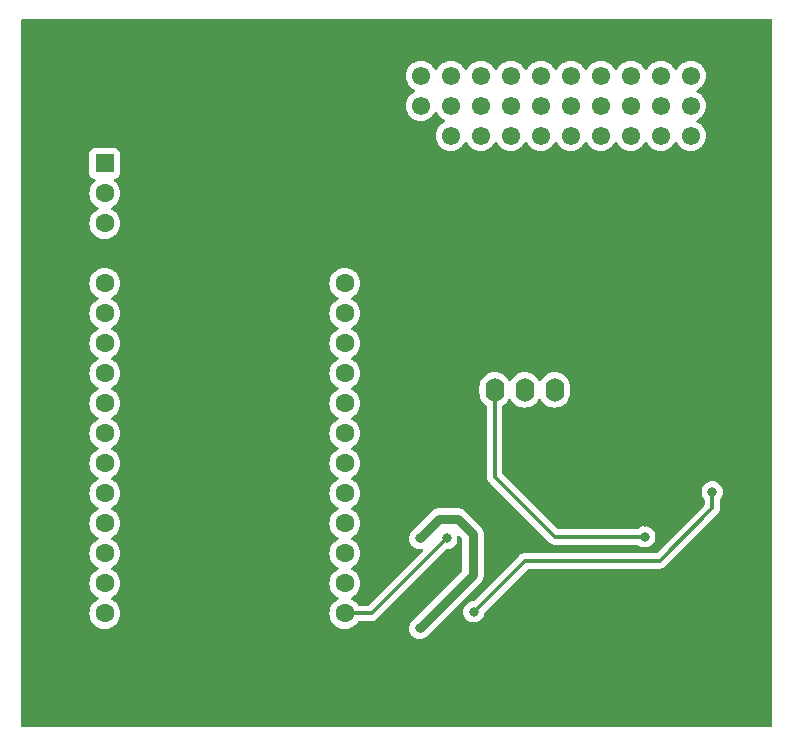
<source format=gbl>
G04 #@! TF.GenerationSoftware,KiCad,Pcbnew,7.0.11+1*
G04 #@! TF.CreationDate,2024-06-02T11:35:50+02:00*
G04 #@! TF.ProjectId,prg_pcb,7072675f-7063-4622-9e6b-696361645f70,rev?*
G04 #@! TF.SameCoordinates,Original*
G04 #@! TF.FileFunction,Copper,L2,Bot*
G04 #@! TF.FilePolarity,Positive*
%FSLAX46Y46*%
G04 Gerber Fmt 4.6, Leading zero omitted, Abs format (unit mm)*
G04 Created by KiCad (PCBNEW 7.0.11+1) date 2024-06-02 11:35:50*
%MOMM*%
%LPD*%
G01*
G04 APERTURE LIST*
G04 Aperture macros list*
%AMRoundRect*
0 Rectangle with rounded corners*
0 $1 Rounding radius*
0 $2 $3 $4 $5 $6 $7 $8 $9 X,Y pos of 4 corners*
0 Add a 4 corners polygon primitive as box body*
4,1,4,$2,$3,$4,$5,$6,$7,$8,$9,$2,$3,0*
0 Add four circle primitives for the rounded corners*
1,1,$1+$1,$2,$3*
1,1,$1+$1,$4,$5*
1,1,$1+$1,$6,$7*
1,1,$1+$1,$8,$9*
0 Add four rect primitives between the rounded corners*
20,1,$1+$1,$2,$3,$4,$5,0*
20,1,$1+$1,$4,$5,$6,$7,0*
20,1,$1+$1,$6,$7,$8,$9,0*
20,1,$1+$1,$8,$9,$2,$3,0*%
G04 Aperture macros list end*
G04 #@! TA.AperFunction,ComponentPad*
%ADD10RoundRect,0.249999X0.525001X-0.525001X0.525001X0.525001X-0.525001X0.525001X-0.525001X-0.525001X0*%
G04 #@! TD*
G04 #@! TA.AperFunction,ComponentPad*
%ADD11C,1.550000*%
G04 #@! TD*
G04 #@! TA.AperFunction,ComponentPad*
%ADD12R,1.600000X2.000000*%
G04 #@! TD*
G04 #@! TA.AperFunction,ComponentPad*
%ADD13O,1.600000X2.000000*%
G04 #@! TD*
G04 #@! TA.AperFunction,ComponentPad*
%ADD14R,1.600000X1.600000*%
G04 #@! TD*
G04 #@! TA.AperFunction,ComponentPad*
%ADD15C,1.600000*%
G04 #@! TD*
G04 #@! TA.AperFunction,ViaPad*
%ADD16C,0.800000*%
G04 #@! TD*
G04 #@! TA.AperFunction,ViaPad*
%ADD17C,0.600000*%
G04 #@! TD*
G04 #@! TA.AperFunction,Conductor*
%ADD18C,0.800000*%
G04 #@! TD*
G04 #@! TA.AperFunction,Conductor*
%ADD19C,0.300000*%
G04 #@! TD*
G04 APERTURE END LIST*
D10*
X110587869Y-86570937D03*
D11*
X113127869Y-86570937D03*
X115667869Y-86570937D03*
X118207869Y-86570937D03*
X120747869Y-86570937D03*
X123287869Y-86570937D03*
X125827869Y-86570937D03*
X128367869Y-86570937D03*
X130907869Y-86570937D03*
X133447869Y-86570937D03*
X110587869Y-84030937D03*
X113127869Y-84030937D03*
X115667869Y-84030937D03*
X118207869Y-84030937D03*
X120747869Y-84030937D03*
X123287869Y-84030937D03*
X125827869Y-84030937D03*
X128367869Y-84030937D03*
X130907869Y-84030937D03*
X133447869Y-84030937D03*
X110587869Y-81490937D03*
X113127869Y-81490937D03*
X115667869Y-81490937D03*
X118207869Y-81490937D03*
X120747869Y-81490937D03*
X123287869Y-81490937D03*
X125827869Y-81490937D03*
X128367869Y-81490937D03*
X130907869Y-81490937D03*
X133447869Y-81490937D03*
D12*
X124460000Y-108077000D03*
D13*
X121920000Y-108077000D03*
X119380000Y-108077000D03*
X116840000Y-108077000D03*
D14*
X83820000Y-88900000D03*
D15*
X83820000Y-91440000D03*
X83820000Y-93980000D03*
X83820000Y-96520000D03*
X83820000Y-99060000D03*
X83820000Y-101600000D03*
X83820000Y-104140000D03*
X83820000Y-106680000D03*
X83820000Y-109220000D03*
X83820000Y-111760000D03*
X83820000Y-114300000D03*
X83820000Y-116840000D03*
X83820000Y-119380000D03*
X83820000Y-121920000D03*
X83820000Y-124460000D03*
X83820000Y-127000000D03*
X104140000Y-127000000D03*
X104140000Y-124460000D03*
X104140000Y-121920000D03*
X104140000Y-119380000D03*
X104140000Y-116840000D03*
X104140000Y-114300000D03*
X104140000Y-111760000D03*
X104140000Y-109220000D03*
X104140000Y-106680000D03*
X104140000Y-104140000D03*
X104140000Y-101600000D03*
X104140000Y-99060000D03*
D16*
X110490000Y-128270000D03*
X110490000Y-120650000D03*
X116840000Y-128270000D03*
D17*
X122200000Y-93100000D03*
X116600000Y-120200000D03*
D16*
X129580800Y-119253000D03*
D17*
X102200000Y-83300000D03*
X90900000Y-133500000D03*
X113000000Y-112700000D03*
X92600000Y-108100000D03*
X136500000Y-92600000D03*
D16*
X129540000Y-120523000D03*
X112776000Y-120650000D03*
X115062000Y-126873000D03*
X135255000Y-116713000D03*
D18*
X115000000Y-120300000D02*
X113700000Y-119000000D01*
X115000000Y-123760000D02*
X115000000Y-120300000D01*
X113700000Y-119000000D02*
X112140000Y-119000000D01*
X112140000Y-119000000D02*
X110490000Y-120650000D01*
X110490000Y-128270000D02*
X115000000Y-123760000D01*
D19*
X116840000Y-115443000D02*
X116840000Y-108077000D01*
X129540000Y-120523000D02*
X121920000Y-120523000D01*
X106426000Y-127000000D02*
X104140000Y-127000000D01*
X121920000Y-120523000D02*
X116840000Y-115443000D01*
X112776000Y-120650000D02*
X106426000Y-127000000D01*
X130810000Y-122555000D02*
X119380000Y-122555000D01*
X135255000Y-116713000D02*
X135255000Y-118110000D01*
X119380000Y-122555000D02*
X115062000Y-126873000D01*
X135255000Y-118110000D02*
X130810000Y-122555000D01*
G04 #@! TA.AperFunction,Conductor*
G36*
X140285539Y-76720185D02*
G01*
X140331294Y-76772989D01*
X140342500Y-76824500D01*
X140342500Y-136535500D01*
X140322815Y-136602539D01*
X140270011Y-136648294D01*
X140218500Y-136659500D01*
X76824500Y-136659500D01*
X76757461Y-136639815D01*
X76711706Y-136587011D01*
X76700500Y-136535500D01*
X76700500Y-127000001D01*
X82514532Y-127000001D01*
X82534364Y-127226686D01*
X82534366Y-127226697D01*
X82593258Y-127446488D01*
X82593261Y-127446497D01*
X82689431Y-127652732D01*
X82689432Y-127652734D01*
X82819954Y-127839141D01*
X82980858Y-128000045D01*
X82980861Y-128000047D01*
X83167266Y-128130568D01*
X83373504Y-128226739D01*
X83593308Y-128285635D01*
X83755230Y-128299801D01*
X83819998Y-128305468D01*
X83820000Y-128305468D01*
X83820002Y-128305468D01*
X83876673Y-128300509D01*
X84046692Y-128285635D01*
X84266496Y-128226739D01*
X84472734Y-128130568D01*
X84659139Y-128000047D01*
X84820047Y-127839139D01*
X84950568Y-127652734D01*
X85046739Y-127446496D01*
X85105635Y-127226692D01*
X85125468Y-127000001D01*
X102834532Y-127000001D01*
X102854364Y-127226686D01*
X102854366Y-127226697D01*
X102913258Y-127446488D01*
X102913261Y-127446497D01*
X103009431Y-127652732D01*
X103009432Y-127652734D01*
X103139954Y-127839141D01*
X103300858Y-128000045D01*
X103300861Y-128000047D01*
X103487266Y-128130568D01*
X103693504Y-128226739D01*
X103913308Y-128285635D01*
X104075230Y-128299801D01*
X104139998Y-128305468D01*
X104140000Y-128305468D01*
X104140002Y-128305468D01*
X104196673Y-128300509D01*
X104366692Y-128285635D01*
X104586496Y-128226739D01*
X104792734Y-128130568D01*
X104979139Y-128000047D01*
X105140047Y-127839139D01*
X105235108Y-127703377D01*
X105289685Y-127659752D01*
X105336683Y-127650500D01*
X106340495Y-127650500D01*
X106356505Y-127652267D01*
X106356528Y-127652026D01*
X106364289Y-127652758D01*
X106364296Y-127652760D01*
X106434262Y-127650560D01*
X106438157Y-127650500D01*
X106466925Y-127650500D01*
X106471287Y-127649948D01*
X106482939Y-127649030D01*
X106528569Y-127647597D01*
X106548956Y-127641673D01*
X106567996Y-127637731D01*
X106589058Y-127635071D01*
X106631520Y-127618258D01*
X106642557Y-127614480D01*
X106686398Y-127601744D01*
X106704665Y-127590939D01*
X106722136Y-127582380D01*
X106741871Y-127574568D01*
X106778816Y-127547725D01*
X106788558Y-127541326D01*
X106827865Y-127518081D01*
X106842870Y-127503075D01*
X106857668Y-127490436D01*
X106874837Y-127477963D01*
X106903946Y-127442774D01*
X106911790Y-127434154D01*
X112759127Y-121586819D01*
X112820450Y-121553334D01*
X112846808Y-121550500D01*
X112870644Y-121550500D01*
X112870646Y-121550500D01*
X113055803Y-121511144D01*
X113228730Y-121434151D01*
X113381871Y-121322888D01*
X113508533Y-121182216D01*
X113603179Y-121018284D01*
X113661674Y-120838256D01*
X113681460Y-120650000D01*
X113671664Y-120556803D01*
X113684233Y-120488079D01*
X113731965Y-120437054D01*
X113799705Y-120419936D01*
X113865946Y-120442158D01*
X113882666Y-120456165D01*
X114063181Y-120636680D01*
X114096666Y-120698003D01*
X114099500Y-120724361D01*
X114099500Y-123335638D01*
X114079815Y-123402677D01*
X114063181Y-123423319D01*
X109910263Y-127576236D01*
X109895474Y-127588869D01*
X109884126Y-127597114D01*
X109838751Y-127647508D01*
X109834288Y-127652211D01*
X109819891Y-127666609D01*
X109819875Y-127666627D01*
X109807058Y-127682452D01*
X109802852Y-127687376D01*
X109757469Y-127737781D01*
X109757466Y-127737785D01*
X109750458Y-127749923D01*
X109739444Y-127765948D01*
X109730626Y-127776837D01*
X109730616Y-127776853D01*
X109699819Y-127837294D01*
X109696722Y-127842997D01*
X109662821Y-127901713D01*
X109658487Y-127915053D01*
X109651045Y-127933020D01*
X109644680Y-127945512D01*
X109627126Y-128011018D01*
X109625284Y-128017234D01*
X109604326Y-128081742D01*
X109604325Y-128081745D01*
X109602860Y-128095686D01*
X109599315Y-128114812D01*
X109595686Y-128128352D01*
X109592137Y-128196083D01*
X109591628Y-128202553D01*
X109584540Y-128270000D01*
X109584540Y-128270002D01*
X109586005Y-128283945D01*
X109586514Y-128303389D01*
X109585780Y-128317386D01*
X109596388Y-128384367D01*
X109597234Y-128390798D01*
X109604325Y-128458248D01*
X109604326Y-128458255D01*
X109608661Y-128471599D01*
X109613199Y-128490504D01*
X109615392Y-128504348D01*
X109615394Y-128504354D01*
X109639690Y-128567648D01*
X109641857Y-128573766D01*
X109662820Y-128638283D01*
X109669827Y-128650418D01*
X109678206Y-128667985D01*
X109683227Y-128681067D01*
X109720164Y-128737946D01*
X109723555Y-128743479D01*
X109757469Y-128802219D01*
X109757470Y-128802220D01*
X109766848Y-128812635D01*
X109778697Y-128828077D01*
X109786326Y-128839826D01*
X109834274Y-128887773D01*
X109838744Y-128892483D01*
X109884129Y-128942888D01*
X109895468Y-128951126D01*
X109910265Y-128963764D01*
X109920176Y-128973675D01*
X109977054Y-129010612D01*
X109982388Y-129014277D01*
X110037270Y-129054151D01*
X110049418Y-129059559D01*
X110050073Y-129059851D01*
X110067174Y-129069137D01*
X110078925Y-129076768D01*
X110078930Y-129076771D01*
X110091860Y-129081734D01*
X110142243Y-129101074D01*
X110148234Y-129103555D01*
X110210197Y-129131144D01*
X110223918Y-129134060D01*
X110242564Y-129139583D01*
X110255650Y-129144607D01*
X110322653Y-129155218D01*
X110328988Y-129156393D01*
X110395354Y-129170500D01*
X110409373Y-129170500D01*
X110428772Y-129172027D01*
X110442612Y-129174219D01*
X110510337Y-129170670D01*
X110516826Y-129170500D01*
X110584643Y-129170500D01*
X110584646Y-129170500D01*
X110598359Y-129167584D01*
X110617647Y-129165046D01*
X110631646Y-129164313D01*
X110697200Y-129146747D01*
X110703442Y-129145249D01*
X110769803Y-129131144D01*
X110782604Y-129125443D01*
X110800954Y-129118946D01*
X110800964Y-129118943D01*
X110814488Y-129115320D01*
X110874948Y-129084512D01*
X110880752Y-129081744D01*
X110942730Y-129054151D01*
X110954059Y-129045918D01*
X110970656Y-129035747D01*
X110983149Y-129029383D01*
X111035866Y-128986691D01*
X111040983Y-128982764D01*
X111095871Y-128942888D01*
X111141273Y-128892462D01*
X111145706Y-128887791D01*
X113160497Y-126873000D01*
X114156540Y-126873000D01*
X114176326Y-127061256D01*
X114176327Y-127061259D01*
X114234818Y-127241277D01*
X114234821Y-127241284D01*
X114329467Y-127405216D01*
X114431093Y-127518083D01*
X114456129Y-127545888D01*
X114609265Y-127657148D01*
X114609270Y-127657151D01*
X114782192Y-127734142D01*
X114782197Y-127734144D01*
X114967354Y-127773500D01*
X114967355Y-127773500D01*
X115156644Y-127773500D01*
X115156646Y-127773500D01*
X115341803Y-127734144D01*
X115514730Y-127657151D01*
X115667871Y-127545888D01*
X115794533Y-127405216D01*
X115889179Y-127241284D01*
X115947674Y-127061256D01*
X115961168Y-126932855D01*
X115987752Y-126868242D01*
X115996799Y-126858145D01*
X119613127Y-123241819D01*
X119674450Y-123208334D01*
X119700808Y-123205500D01*
X130724495Y-123205500D01*
X130740505Y-123207267D01*
X130740528Y-123207026D01*
X130748289Y-123207758D01*
X130748296Y-123207760D01*
X130818262Y-123205560D01*
X130822157Y-123205500D01*
X130850925Y-123205500D01*
X130855287Y-123204948D01*
X130866939Y-123204030D01*
X130912569Y-123202597D01*
X130932956Y-123196673D01*
X130951996Y-123192731D01*
X130973058Y-123190071D01*
X131015520Y-123173258D01*
X131026557Y-123169480D01*
X131070398Y-123156744D01*
X131088665Y-123145939D01*
X131106136Y-123137380D01*
X131125871Y-123129568D01*
X131162816Y-123102725D01*
X131172558Y-123096326D01*
X131211865Y-123073081D01*
X131226870Y-123058075D01*
X131241668Y-123045436D01*
X131258837Y-123032963D01*
X131287946Y-122997774D01*
X131295790Y-122989154D01*
X135654513Y-118630431D01*
X135667079Y-118620365D01*
X135666925Y-118620178D01*
X135672933Y-118615205D01*
X135672940Y-118615202D01*
X135696227Y-118590402D01*
X135720865Y-118564167D01*
X135723578Y-118561367D01*
X135743911Y-118541035D01*
X135746606Y-118537560D01*
X135754199Y-118528669D01*
X135785448Y-118495393D01*
X135795674Y-118476790D01*
X135806353Y-118460533D01*
X135819362Y-118443764D01*
X135837491Y-118401866D01*
X135842620Y-118391395D01*
X135864627Y-118351368D01*
X135869905Y-118330806D01*
X135876207Y-118312399D01*
X135884635Y-118292927D01*
X135891777Y-118247825D01*
X135894140Y-118236418D01*
X135905500Y-118192177D01*
X135905500Y-118170949D01*
X135907027Y-118151549D01*
X135910346Y-118130595D01*
X135906050Y-118085147D01*
X135905500Y-118073478D01*
X135905500Y-117383921D01*
X135925185Y-117316882D01*
X135937351Y-117300948D01*
X135950371Y-117286488D01*
X135987533Y-117245216D01*
X136082179Y-117081284D01*
X136140674Y-116901256D01*
X136160460Y-116713000D01*
X136140674Y-116524744D01*
X136082179Y-116344716D01*
X135987533Y-116180784D01*
X135860871Y-116040112D01*
X135860870Y-116040111D01*
X135707734Y-115928851D01*
X135707729Y-115928848D01*
X135534807Y-115851857D01*
X135534802Y-115851855D01*
X135389001Y-115820865D01*
X135349646Y-115812500D01*
X135160354Y-115812500D01*
X135127897Y-115819398D01*
X134975197Y-115851855D01*
X134975192Y-115851857D01*
X134802270Y-115928848D01*
X134802265Y-115928851D01*
X134649129Y-116040111D01*
X134522466Y-116180785D01*
X134427821Y-116344715D01*
X134427818Y-116344722D01*
X134411966Y-116393511D01*
X134369326Y-116524744D01*
X134349540Y-116713000D01*
X134369326Y-116901256D01*
X134369327Y-116901259D01*
X134427818Y-117081277D01*
X134427821Y-117081284D01*
X134522466Y-117245215D01*
X134572649Y-117300948D01*
X134602880Y-117363940D01*
X134604500Y-117383921D01*
X134604500Y-117789192D01*
X134584815Y-117856231D01*
X134568181Y-117876873D01*
X130576873Y-121868181D01*
X130515550Y-121901666D01*
X130489192Y-121904500D01*
X119465504Y-121904500D01*
X119449493Y-121902732D01*
X119449471Y-121902974D01*
X119441704Y-121902240D01*
X119441703Y-121902240D01*
X119371737Y-121904439D01*
X119367842Y-121904500D01*
X119339075Y-121904500D01*
X119339072Y-121904500D01*
X119339057Y-121904501D01*
X119334687Y-121905053D01*
X119323059Y-121905968D01*
X119277435Y-121907402D01*
X119277425Y-121907404D01*
X119257049Y-121913323D01*
X119238008Y-121917266D01*
X119216953Y-121919926D01*
X119216937Y-121919930D01*
X119174491Y-121936735D01*
X119163445Y-121940517D01*
X119119602Y-121953255D01*
X119101332Y-121964060D01*
X119083863Y-121972618D01*
X119064128Y-121980432D01*
X119064126Y-121980433D01*
X119027201Y-122007260D01*
X119017442Y-122013671D01*
X118978132Y-122036920D01*
X118963126Y-122051926D01*
X118948336Y-122064558D01*
X118931167Y-122077032D01*
X118931165Y-122077034D01*
X118902056Y-122112219D01*
X118894196Y-122120856D01*
X115078873Y-125936181D01*
X115017550Y-125969666D01*
X114991192Y-125972500D01*
X114967354Y-125972500D01*
X114934897Y-125979398D01*
X114782197Y-126011855D01*
X114782192Y-126011857D01*
X114609270Y-126088848D01*
X114609265Y-126088851D01*
X114456129Y-126200111D01*
X114329466Y-126340785D01*
X114234821Y-126504715D01*
X114234818Y-126504722D01*
X114218966Y-126553511D01*
X114176326Y-126684744D01*
X114156540Y-126873000D01*
X113160497Y-126873000D01*
X115579737Y-124453760D01*
X115594525Y-124441130D01*
X115605871Y-124432888D01*
X115651264Y-124382472D01*
X115655696Y-124377801D01*
X115670119Y-124363380D01*
X115682945Y-124347540D01*
X115687117Y-124342654D01*
X115732533Y-124292216D01*
X115739538Y-124280080D01*
X115750570Y-124264031D01*
X115759381Y-124253151D01*
X115759383Y-124253149D01*
X115790185Y-124192693D01*
X115793248Y-124187051D01*
X115827179Y-124128284D01*
X115831509Y-124114956D01*
X115838960Y-124096969D01*
X115845319Y-124084490D01*
X115845319Y-124084489D01*
X115845320Y-124084488D01*
X115862880Y-124018947D01*
X115864699Y-124012804D01*
X115885674Y-123948256D01*
X115887139Y-123934307D01*
X115890684Y-123915183D01*
X115894312Y-123901646D01*
X115897862Y-123833906D01*
X115898370Y-123827455D01*
X115900499Y-123807197D01*
X115900500Y-123807191D01*
X115900500Y-123786819D01*
X115900670Y-123780329D01*
X115904219Y-123712612D01*
X115902027Y-123698772D01*
X115900500Y-123679373D01*
X115900500Y-120380626D01*
X115902027Y-120361225D01*
X115904219Y-120347388D01*
X115900670Y-120279663D01*
X115900500Y-120273174D01*
X115900500Y-120252809D01*
X115900499Y-120252800D01*
X115898371Y-120232552D01*
X115897862Y-120226098D01*
X115894313Y-120158355D01*
X115890685Y-120144814D01*
X115887139Y-120125688D01*
X115885674Y-120111744D01*
X115864710Y-120047227D01*
X115862871Y-120041015D01*
X115860652Y-120032734D01*
X115845320Y-119975512D01*
X115838956Y-119963022D01*
X115831511Y-119945050D01*
X115827179Y-119931716D01*
X115827174Y-119931707D01*
X115793265Y-119872975D01*
X115790178Y-119867292D01*
X115759383Y-119806851D01*
X115750557Y-119795952D01*
X115739540Y-119779920D01*
X115732533Y-119767784D01*
X115687145Y-119717375D01*
X115682943Y-119712456D01*
X115670120Y-119696620D01*
X115655697Y-119682197D01*
X115651244Y-119677504D01*
X115605875Y-119627115D01*
X115605869Y-119627110D01*
X115594529Y-119618871D01*
X115579736Y-119606236D01*
X114393764Y-118420265D01*
X114381126Y-118405468D01*
X114372887Y-118394128D01*
X114322483Y-118348743D01*
X114317775Y-118344275D01*
X114303383Y-118329883D01*
X114287554Y-118317063D01*
X114282627Y-118312855D01*
X114232220Y-118267470D01*
X114232213Y-118267465D01*
X114220070Y-118260454D01*
X114204043Y-118249438D01*
X114193153Y-118240620D01*
X114193147Y-118240616D01*
X114132712Y-118209822D01*
X114127009Y-118206726D01*
X114068282Y-118172820D01*
X114054949Y-118168488D01*
X114036978Y-118161043D01*
X114024498Y-118154684D01*
X114024486Y-118154679D01*
X113958976Y-118137125D01*
X113952755Y-118135282D01*
X113888262Y-118114328D01*
X113888256Y-118114326D01*
X113888251Y-118114325D01*
X113888249Y-118114325D01*
X113874314Y-118112860D01*
X113855189Y-118109315D01*
X113841653Y-118105688D01*
X113841643Y-118105686D01*
X113773909Y-118102136D01*
X113767448Y-118101628D01*
X113758228Y-118100659D01*
X113747192Y-118099500D01*
X113747188Y-118099500D01*
X113726826Y-118099500D01*
X113720337Y-118099330D01*
X113652610Y-118095780D01*
X113638772Y-118097973D01*
X113619373Y-118099500D01*
X112220627Y-118099500D01*
X112201228Y-118097973D01*
X112187389Y-118095781D01*
X112187388Y-118095781D01*
X112145563Y-118097973D01*
X112119670Y-118099330D01*
X112113180Y-118099500D01*
X112092808Y-118099500D01*
X112072539Y-118101629D01*
X112066084Y-118102137D01*
X111998356Y-118105687D01*
X111984809Y-118109317D01*
X111965686Y-118112860D01*
X111951745Y-118114325D01*
X111951742Y-118114326D01*
X111887245Y-118135282D01*
X111881023Y-118137125D01*
X111815517Y-118154677D01*
X111815503Y-118154683D01*
X111803022Y-118161043D01*
X111785049Y-118168488D01*
X111771715Y-118172820D01*
X111712997Y-118206722D01*
X111707294Y-118209819D01*
X111646853Y-118240616D01*
X111646837Y-118240626D01*
X111635948Y-118249444D01*
X111619923Y-118260458D01*
X111607785Y-118267466D01*
X111607781Y-118267469D01*
X111557376Y-118312852D01*
X111552452Y-118317058D01*
X111536627Y-118329875D01*
X111536609Y-118329891D01*
X111522211Y-118344288D01*
X111517508Y-118348751D01*
X111467114Y-118394126D01*
X111458869Y-118405474D01*
X111446236Y-118420263D01*
X109910263Y-119956236D01*
X109895474Y-119968869D01*
X109884126Y-119977114D01*
X109838751Y-120027508D01*
X109834288Y-120032211D01*
X109819891Y-120046609D01*
X109819875Y-120046627D01*
X109807058Y-120062452D01*
X109802852Y-120067376D01*
X109757469Y-120117781D01*
X109757466Y-120117785D01*
X109750458Y-120129923D01*
X109739444Y-120145948D01*
X109730626Y-120156837D01*
X109730616Y-120156853D01*
X109699819Y-120217294D01*
X109696722Y-120222997D01*
X109662821Y-120281713D01*
X109658487Y-120295053D01*
X109651045Y-120313020D01*
X109644680Y-120325512D01*
X109627126Y-120391018D01*
X109625284Y-120397234D01*
X109604326Y-120461742D01*
X109604325Y-120461745D01*
X109602860Y-120475686D01*
X109599315Y-120494812D01*
X109595686Y-120508352D01*
X109592137Y-120576083D01*
X109591628Y-120582553D01*
X109584540Y-120650000D01*
X109584540Y-120650002D01*
X109586005Y-120663945D01*
X109586514Y-120683389D01*
X109585780Y-120697386D01*
X109596388Y-120764367D01*
X109597234Y-120770798D01*
X109604325Y-120838248D01*
X109604326Y-120838255D01*
X109608661Y-120851599D01*
X109613199Y-120870504D01*
X109615392Y-120884348D01*
X109615394Y-120884354D01*
X109639690Y-120947648D01*
X109641857Y-120953766D01*
X109662820Y-121018283D01*
X109669827Y-121030418D01*
X109678206Y-121047985D01*
X109683227Y-121061067D01*
X109720164Y-121117946D01*
X109723549Y-121123470D01*
X109755233Y-121178346D01*
X109757469Y-121182219D01*
X109757470Y-121182220D01*
X109766848Y-121192635D01*
X109778697Y-121208077D01*
X109786326Y-121219826D01*
X109834274Y-121267773D01*
X109838744Y-121272483D01*
X109884129Y-121322888D01*
X109895468Y-121331126D01*
X109910265Y-121343764D01*
X109920176Y-121353675D01*
X109977054Y-121390612D01*
X109982388Y-121394277D01*
X110037270Y-121434151D01*
X110049418Y-121439559D01*
X110050073Y-121439851D01*
X110067174Y-121449137D01*
X110078925Y-121456768D01*
X110078930Y-121456771D01*
X110095296Y-121463053D01*
X110142243Y-121481074D01*
X110148234Y-121483555D01*
X110210197Y-121511144D01*
X110223918Y-121514060D01*
X110242564Y-121519583D01*
X110255650Y-121524607D01*
X110322653Y-121535218D01*
X110328988Y-121536393D01*
X110395354Y-121550500D01*
X110409373Y-121550500D01*
X110428772Y-121552027D01*
X110442612Y-121554219D01*
X110510337Y-121550670D01*
X110516826Y-121550500D01*
X110584643Y-121550500D01*
X110584646Y-121550500D01*
X110598359Y-121547584D01*
X110617647Y-121545046D01*
X110631646Y-121544313D01*
X110635549Y-121543267D01*
X110637899Y-121543322D01*
X110638069Y-121543296D01*
X110638073Y-121543326D01*
X110705398Y-121544924D01*
X110763264Y-121584082D01*
X110790773Y-121648308D01*
X110779192Y-121717211D01*
X110755332Y-121750720D01*
X106192873Y-126313181D01*
X106131550Y-126346666D01*
X106105192Y-126349500D01*
X105336683Y-126349500D01*
X105269644Y-126329815D01*
X105235108Y-126296623D01*
X105140045Y-126160858D01*
X104979141Y-125999954D01*
X104792734Y-125869432D01*
X104792728Y-125869429D01*
X104734725Y-125842382D01*
X104682285Y-125796210D01*
X104663133Y-125729017D01*
X104683348Y-125662135D01*
X104734725Y-125617618D01*
X104792734Y-125590568D01*
X104979139Y-125460047D01*
X105140047Y-125299139D01*
X105270568Y-125112734D01*
X105366739Y-124906496D01*
X105425635Y-124686692D01*
X105445468Y-124460000D01*
X105425635Y-124233308D01*
X105366739Y-124013504D01*
X105270568Y-123807266D01*
X105140047Y-123620861D01*
X105140045Y-123620858D01*
X104979141Y-123459954D01*
X104792734Y-123329432D01*
X104792728Y-123329429D01*
X104734725Y-123302382D01*
X104682285Y-123256210D01*
X104663133Y-123189017D01*
X104683348Y-123122135D01*
X104734725Y-123077618D01*
X104792734Y-123050568D01*
X104979139Y-122920047D01*
X105140047Y-122759139D01*
X105270568Y-122572734D01*
X105366739Y-122366496D01*
X105425635Y-122146692D01*
X105445468Y-121920000D01*
X105443978Y-121902974D01*
X105425635Y-121693313D01*
X105425635Y-121693308D01*
X105366739Y-121473504D01*
X105270568Y-121267266D01*
X105140047Y-121080861D01*
X105140045Y-121080858D01*
X104979141Y-120919954D01*
X104792734Y-120789432D01*
X104792728Y-120789429D01*
X104765038Y-120776517D01*
X104734724Y-120762381D01*
X104682285Y-120716210D01*
X104663133Y-120649017D01*
X104683348Y-120582135D01*
X104734725Y-120537618D01*
X104792734Y-120510568D01*
X104979139Y-120380047D01*
X105140047Y-120219139D01*
X105270568Y-120032734D01*
X105366739Y-119826496D01*
X105425635Y-119606692D01*
X105445468Y-119380000D01*
X105425635Y-119153308D01*
X105366739Y-118933504D01*
X105270568Y-118727266D01*
X105140047Y-118540861D01*
X105140045Y-118540858D01*
X104979141Y-118379954D01*
X104792734Y-118249432D01*
X104792728Y-118249429D01*
X104734725Y-118222382D01*
X104682285Y-118176210D01*
X104663133Y-118109017D01*
X104683348Y-118042135D01*
X104734725Y-117997618D01*
X104792734Y-117970568D01*
X104979139Y-117840047D01*
X105140047Y-117679139D01*
X105270568Y-117492734D01*
X105366739Y-117286496D01*
X105425635Y-117066692D01*
X105445468Y-116840000D01*
X105425635Y-116613308D01*
X105366739Y-116393504D01*
X105270568Y-116187266D01*
X105140047Y-116000861D01*
X105140045Y-116000858D01*
X104979141Y-115839954D01*
X104792734Y-115709432D01*
X104792728Y-115709429D01*
X104734725Y-115682382D01*
X104682285Y-115636210D01*
X104663133Y-115569017D01*
X104683348Y-115502135D01*
X104734725Y-115457618D01*
X104792734Y-115430568D01*
X104979139Y-115300047D01*
X105140047Y-115139139D01*
X105270568Y-114952734D01*
X105366739Y-114746496D01*
X105425635Y-114526692D01*
X105445468Y-114300000D01*
X105425635Y-114073308D01*
X105366739Y-113853504D01*
X105270568Y-113647266D01*
X105140047Y-113460861D01*
X105140045Y-113460858D01*
X104979141Y-113299954D01*
X104792734Y-113169432D01*
X104792728Y-113169429D01*
X104734725Y-113142382D01*
X104682285Y-113096210D01*
X104663133Y-113029017D01*
X104683348Y-112962135D01*
X104734725Y-112917618D01*
X104792734Y-112890568D01*
X104979139Y-112760047D01*
X105140047Y-112599139D01*
X105270568Y-112412734D01*
X105366739Y-112206496D01*
X105425635Y-111986692D01*
X105445468Y-111760000D01*
X105425635Y-111533308D01*
X105366739Y-111313504D01*
X105270568Y-111107266D01*
X105140047Y-110920861D01*
X105140045Y-110920858D01*
X104979141Y-110759954D01*
X104792734Y-110629432D01*
X104792728Y-110629429D01*
X104734725Y-110602382D01*
X104682285Y-110556210D01*
X104663133Y-110489017D01*
X104683348Y-110422135D01*
X104734725Y-110377618D01*
X104792734Y-110350568D01*
X104979139Y-110220047D01*
X105140047Y-110059139D01*
X105270568Y-109872734D01*
X105366739Y-109666496D01*
X105425635Y-109446692D01*
X105445468Y-109220000D01*
X105425635Y-108993308D01*
X105366739Y-108773504D01*
X105270568Y-108567266D01*
X105140047Y-108380861D01*
X105140045Y-108380858D01*
X105092972Y-108333785D01*
X115539500Y-108333785D01*
X115554364Y-108503687D01*
X115554366Y-108503697D01*
X115613258Y-108723488D01*
X115613261Y-108723497D01*
X115709431Y-108929732D01*
X115709432Y-108929734D01*
X115839954Y-109116141D01*
X116000855Y-109277042D01*
X116000858Y-109277044D01*
X116000861Y-109277047D01*
X116136626Y-109372109D01*
X116180248Y-109426683D01*
X116189500Y-109473682D01*
X116189500Y-115357494D01*
X116187732Y-115373505D01*
X116187974Y-115373528D01*
X116187240Y-115381294D01*
X116189439Y-115451262D01*
X116189500Y-115455157D01*
X116189500Y-115483920D01*
X116189501Y-115483938D01*
X116190053Y-115488311D01*
X116190968Y-115499941D01*
X116192402Y-115545567D01*
X116192403Y-115545570D01*
X116198323Y-115565948D01*
X116202268Y-115584996D01*
X116204928Y-115606054D01*
X116204931Y-115606065D01*
X116221737Y-115648514D01*
X116225520Y-115659563D01*
X116238254Y-115703395D01*
X116238255Y-115703397D01*
X116249060Y-115721666D01*
X116257617Y-115739134D01*
X116263226Y-115753300D01*
X116265432Y-115758872D01*
X116292266Y-115795806D01*
X116298678Y-115805568D01*
X116319014Y-115839954D01*
X116321919Y-115844865D01*
X116321923Y-115844869D01*
X116336925Y-115859871D01*
X116349563Y-115874669D01*
X116362033Y-115891833D01*
X116362036Y-115891837D01*
X116397213Y-115920937D01*
X116405854Y-115928800D01*
X121399564Y-120922510D01*
X121409635Y-120935080D01*
X121409822Y-120934926D01*
X121414795Y-120940937D01*
X121465832Y-120988864D01*
X121468629Y-120991575D01*
X121488967Y-121011913D01*
X121492450Y-121014615D01*
X121501326Y-121022196D01*
X121510082Y-121030418D01*
X121534607Y-121053448D01*
X121553202Y-121063670D01*
X121569460Y-121074350D01*
X121586236Y-121087363D01*
X121628147Y-121105499D01*
X121638619Y-121110629D01*
X121678632Y-121132627D01*
X121699191Y-121137905D01*
X121717598Y-121144207D01*
X121737074Y-121152636D01*
X121782178Y-121159779D01*
X121793597Y-121162144D01*
X121837823Y-121173500D01*
X121859045Y-121173500D01*
X121878442Y-121175026D01*
X121899405Y-121178347D01*
X121944860Y-121174050D01*
X121956530Y-121173500D01*
X128863025Y-121173500D01*
X128930064Y-121193185D01*
X128935910Y-121197182D01*
X129087265Y-121307148D01*
X129087270Y-121307151D01*
X129260192Y-121384142D01*
X129260197Y-121384144D01*
X129445354Y-121423500D01*
X129445355Y-121423500D01*
X129634644Y-121423500D01*
X129634646Y-121423500D01*
X129819803Y-121384144D01*
X129992730Y-121307151D01*
X130145871Y-121195888D01*
X130272533Y-121055216D01*
X130367179Y-120891284D01*
X130425674Y-120711256D01*
X130445460Y-120523000D01*
X130425674Y-120334744D01*
X130367179Y-120154716D01*
X130272533Y-119990784D01*
X130145871Y-119850112D01*
X130113368Y-119826497D01*
X129992734Y-119738851D01*
X129992729Y-119738848D01*
X129819807Y-119661857D01*
X129819802Y-119661855D01*
X129656358Y-119627115D01*
X129634646Y-119622500D01*
X129445354Y-119622500D01*
X129423656Y-119627112D01*
X129260197Y-119661855D01*
X129260192Y-119661857D01*
X129087270Y-119738848D01*
X129087265Y-119738851D01*
X128935910Y-119848818D01*
X128870104Y-119872298D01*
X128863025Y-119872500D01*
X122240808Y-119872500D01*
X122173769Y-119852815D01*
X122153127Y-119836181D01*
X117526819Y-115209873D01*
X117493334Y-115148550D01*
X117490500Y-115122192D01*
X117490500Y-109473682D01*
X117510185Y-109406643D01*
X117543371Y-109372111D01*
X117679139Y-109277047D01*
X117840047Y-109116139D01*
X117970568Y-108929734D01*
X117997618Y-108871724D01*
X118043790Y-108819285D01*
X118110983Y-108800133D01*
X118177865Y-108820348D01*
X118222382Y-108871725D01*
X118249429Y-108929728D01*
X118249432Y-108929734D01*
X118379954Y-109116141D01*
X118540858Y-109277045D01*
X118540861Y-109277047D01*
X118727266Y-109407568D01*
X118933504Y-109503739D01*
X119153308Y-109562635D01*
X119315230Y-109576801D01*
X119379998Y-109582468D01*
X119380000Y-109582468D01*
X119380002Y-109582468D01*
X119436673Y-109577509D01*
X119606692Y-109562635D01*
X119826496Y-109503739D01*
X120032734Y-109407568D01*
X120219139Y-109277047D01*
X120380047Y-109116139D01*
X120510568Y-108929734D01*
X120537618Y-108871724D01*
X120583790Y-108819285D01*
X120650983Y-108800133D01*
X120717865Y-108820348D01*
X120762382Y-108871725D01*
X120789429Y-108929728D01*
X120789432Y-108929734D01*
X120919954Y-109116141D01*
X121080858Y-109277045D01*
X121080861Y-109277047D01*
X121267266Y-109407568D01*
X121473504Y-109503739D01*
X121693308Y-109562635D01*
X121855230Y-109576801D01*
X121919998Y-109582468D01*
X121920000Y-109582468D01*
X121920002Y-109582468D01*
X121976673Y-109577509D01*
X122146692Y-109562635D01*
X122366496Y-109503739D01*
X122572734Y-109407568D01*
X122759139Y-109277047D01*
X122920047Y-109116139D01*
X123050568Y-108929734D01*
X123146739Y-108723496D01*
X123205635Y-108503692D01*
X123220500Y-108333784D01*
X123220500Y-107820216D01*
X123205635Y-107650308D01*
X123146739Y-107430504D01*
X123050568Y-107224266D01*
X122920047Y-107037861D01*
X122920045Y-107037858D01*
X122759141Y-106876954D01*
X122572734Y-106746432D01*
X122572732Y-106746431D01*
X122366497Y-106650261D01*
X122366488Y-106650258D01*
X122146697Y-106591366D01*
X122146693Y-106591365D01*
X122146692Y-106591365D01*
X122146691Y-106591364D01*
X122146686Y-106591364D01*
X121920002Y-106571532D01*
X121919998Y-106571532D01*
X121693313Y-106591364D01*
X121693302Y-106591366D01*
X121473511Y-106650258D01*
X121473502Y-106650261D01*
X121267267Y-106746431D01*
X121267265Y-106746432D01*
X121080858Y-106876954D01*
X120919954Y-107037858D01*
X120789432Y-107224265D01*
X120789431Y-107224267D01*
X120762382Y-107282275D01*
X120716209Y-107334714D01*
X120649016Y-107353866D01*
X120582135Y-107333650D01*
X120537618Y-107282275D01*
X120510568Y-107224267D01*
X120510567Y-107224265D01*
X120380045Y-107037858D01*
X120219141Y-106876954D01*
X120032734Y-106746432D01*
X120032732Y-106746431D01*
X119826497Y-106650261D01*
X119826488Y-106650258D01*
X119606697Y-106591366D01*
X119606693Y-106591365D01*
X119606692Y-106591365D01*
X119606691Y-106591364D01*
X119606686Y-106591364D01*
X119380002Y-106571532D01*
X119379998Y-106571532D01*
X119153313Y-106591364D01*
X119153302Y-106591366D01*
X118933511Y-106650258D01*
X118933502Y-106650261D01*
X118727267Y-106746431D01*
X118727265Y-106746432D01*
X118540858Y-106876954D01*
X118379954Y-107037858D01*
X118249432Y-107224265D01*
X118249431Y-107224267D01*
X118222382Y-107282275D01*
X118176209Y-107334714D01*
X118109016Y-107353866D01*
X118042135Y-107333650D01*
X117997618Y-107282275D01*
X117970568Y-107224267D01*
X117970567Y-107224265D01*
X117840045Y-107037858D01*
X117679141Y-106876954D01*
X117492734Y-106746432D01*
X117492732Y-106746431D01*
X117286497Y-106650261D01*
X117286488Y-106650258D01*
X117066697Y-106591366D01*
X117066693Y-106591365D01*
X117066692Y-106591365D01*
X117066691Y-106591364D01*
X117066686Y-106591364D01*
X116840002Y-106571532D01*
X116839998Y-106571532D01*
X116613313Y-106591364D01*
X116613302Y-106591366D01*
X116393511Y-106650258D01*
X116393502Y-106650261D01*
X116187267Y-106746431D01*
X116187265Y-106746432D01*
X116000858Y-106876954D01*
X115839954Y-107037858D01*
X115709432Y-107224265D01*
X115709431Y-107224267D01*
X115613261Y-107430502D01*
X115613258Y-107430511D01*
X115554366Y-107650302D01*
X115554364Y-107650312D01*
X115539500Y-107820214D01*
X115539500Y-108333785D01*
X105092972Y-108333785D01*
X104979141Y-108219954D01*
X104792734Y-108089432D01*
X104792728Y-108089429D01*
X104734725Y-108062382D01*
X104682285Y-108016210D01*
X104663133Y-107949017D01*
X104683348Y-107882135D01*
X104734725Y-107837618D01*
X104792734Y-107810568D01*
X104979139Y-107680047D01*
X105140047Y-107519139D01*
X105270568Y-107332734D01*
X105366739Y-107126496D01*
X105425635Y-106906692D01*
X105445468Y-106680000D01*
X105425635Y-106453308D01*
X105366739Y-106233504D01*
X105270568Y-106027266D01*
X105140047Y-105840861D01*
X105140045Y-105840858D01*
X104979141Y-105679954D01*
X104792734Y-105549432D01*
X104792728Y-105549429D01*
X104734725Y-105522382D01*
X104682285Y-105476210D01*
X104663133Y-105409017D01*
X104683348Y-105342135D01*
X104734725Y-105297618D01*
X104792734Y-105270568D01*
X104979139Y-105140047D01*
X105140047Y-104979139D01*
X105270568Y-104792734D01*
X105366739Y-104586496D01*
X105425635Y-104366692D01*
X105445468Y-104140000D01*
X105425635Y-103913308D01*
X105366739Y-103693504D01*
X105270568Y-103487266D01*
X105140047Y-103300861D01*
X105140045Y-103300858D01*
X104979141Y-103139954D01*
X104792734Y-103009432D01*
X104792728Y-103009429D01*
X104734725Y-102982382D01*
X104682285Y-102936210D01*
X104663133Y-102869017D01*
X104683348Y-102802135D01*
X104734725Y-102757618D01*
X104792734Y-102730568D01*
X104979139Y-102600047D01*
X105140047Y-102439139D01*
X105270568Y-102252734D01*
X105366739Y-102046496D01*
X105425635Y-101826692D01*
X105445468Y-101600000D01*
X105425635Y-101373308D01*
X105366739Y-101153504D01*
X105270568Y-100947266D01*
X105140047Y-100760861D01*
X105140045Y-100760858D01*
X104979141Y-100599954D01*
X104792734Y-100469432D01*
X104792728Y-100469429D01*
X104734725Y-100442382D01*
X104682285Y-100396210D01*
X104663133Y-100329017D01*
X104683348Y-100262135D01*
X104734725Y-100217618D01*
X104792734Y-100190568D01*
X104979139Y-100060047D01*
X105140047Y-99899139D01*
X105270568Y-99712734D01*
X105366739Y-99506496D01*
X105425635Y-99286692D01*
X105445468Y-99060000D01*
X105425635Y-98833308D01*
X105366739Y-98613504D01*
X105270568Y-98407266D01*
X105140047Y-98220861D01*
X105140045Y-98220858D01*
X104979141Y-98059954D01*
X104792734Y-97929432D01*
X104792732Y-97929431D01*
X104586497Y-97833261D01*
X104586488Y-97833258D01*
X104366697Y-97774366D01*
X104366693Y-97774365D01*
X104366692Y-97774365D01*
X104366691Y-97774364D01*
X104366686Y-97774364D01*
X104140002Y-97754532D01*
X104139998Y-97754532D01*
X103913313Y-97774364D01*
X103913302Y-97774366D01*
X103693511Y-97833258D01*
X103693502Y-97833261D01*
X103487267Y-97929431D01*
X103487265Y-97929432D01*
X103300858Y-98059954D01*
X103139954Y-98220858D01*
X103009432Y-98407265D01*
X103009431Y-98407267D01*
X102913261Y-98613502D01*
X102913258Y-98613511D01*
X102854366Y-98833302D01*
X102854364Y-98833313D01*
X102834532Y-99059998D01*
X102834532Y-99060001D01*
X102854364Y-99286686D01*
X102854366Y-99286697D01*
X102913258Y-99506488D01*
X102913261Y-99506497D01*
X103009431Y-99712732D01*
X103009432Y-99712734D01*
X103139954Y-99899141D01*
X103300858Y-100060045D01*
X103300861Y-100060047D01*
X103487266Y-100190568D01*
X103545275Y-100217618D01*
X103597714Y-100263791D01*
X103616866Y-100330984D01*
X103596650Y-100397865D01*
X103545275Y-100442382D01*
X103487267Y-100469431D01*
X103487265Y-100469432D01*
X103300858Y-100599954D01*
X103139954Y-100760858D01*
X103009432Y-100947265D01*
X103009431Y-100947267D01*
X102913261Y-101153502D01*
X102913258Y-101153511D01*
X102854366Y-101373302D01*
X102854364Y-101373313D01*
X102834532Y-101599998D01*
X102834532Y-101600001D01*
X102854364Y-101826686D01*
X102854366Y-101826697D01*
X102913258Y-102046488D01*
X102913261Y-102046497D01*
X103009431Y-102252732D01*
X103009432Y-102252734D01*
X103139954Y-102439141D01*
X103300858Y-102600045D01*
X103300861Y-102600047D01*
X103487266Y-102730568D01*
X103545275Y-102757618D01*
X103597714Y-102803791D01*
X103616866Y-102870984D01*
X103596650Y-102937865D01*
X103545275Y-102982382D01*
X103487267Y-103009431D01*
X103487265Y-103009432D01*
X103300858Y-103139954D01*
X103139954Y-103300858D01*
X103009432Y-103487265D01*
X103009431Y-103487267D01*
X102913261Y-103693502D01*
X102913258Y-103693511D01*
X102854366Y-103913302D01*
X102854364Y-103913313D01*
X102834532Y-104139998D01*
X102834532Y-104140001D01*
X102854364Y-104366686D01*
X102854366Y-104366697D01*
X102913258Y-104586488D01*
X102913261Y-104586497D01*
X103009431Y-104792732D01*
X103009432Y-104792734D01*
X103139954Y-104979141D01*
X103300858Y-105140045D01*
X103300861Y-105140047D01*
X103487266Y-105270568D01*
X103545275Y-105297618D01*
X103597714Y-105343791D01*
X103616866Y-105410984D01*
X103596650Y-105477865D01*
X103545275Y-105522382D01*
X103487267Y-105549431D01*
X103487265Y-105549432D01*
X103300858Y-105679954D01*
X103139954Y-105840858D01*
X103009432Y-106027265D01*
X103009431Y-106027267D01*
X102913261Y-106233502D01*
X102913258Y-106233511D01*
X102854366Y-106453302D01*
X102854364Y-106453313D01*
X102834532Y-106679998D01*
X102834532Y-106680001D01*
X102854364Y-106906686D01*
X102854366Y-106906697D01*
X102913258Y-107126488D01*
X102913261Y-107126497D01*
X103009431Y-107332732D01*
X103009432Y-107332734D01*
X103139954Y-107519141D01*
X103300858Y-107680045D01*
X103300861Y-107680047D01*
X103487266Y-107810568D01*
X103545275Y-107837618D01*
X103597714Y-107883791D01*
X103616866Y-107950984D01*
X103596650Y-108017865D01*
X103545275Y-108062382D01*
X103487267Y-108089431D01*
X103487265Y-108089432D01*
X103300858Y-108219954D01*
X103139954Y-108380858D01*
X103009432Y-108567265D01*
X103009431Y-108567267D01*
X102913261Y-108773502D01*
X102913258Y-108773511D01*
X102854366Y-108993302D01*
X102854364Y-108993313D01*
X102834532Y-109219998D01*
X102834532Y-109220001D01*
X102854364Y-109446686D01*
X102854366Y-109446697D01*
X102913258Y-109666488D01*
X102913261Y-109666497D01*
X103009431Y-109872732D01*
X103009432Y-109872734D01*
X103139954Y-110059141D01*
X103300858Y-110220045D01*
X103300861Y-110220047D01*
X103487266Y-110350568D01*
X103545275Y-110377618D01*
X103597714Y-110423791D01*
X103616866Y-110490984D01*
X103596650Y-110557865D01*
X103545275Y-110602382D01*
X103487267Y-110629431D01*
X103487265Y-110629432D01*
X103300858Y-110759954D01*
X103139954Y-110920858D01*
X103009432Y-111107265D01*
X103009431Y-111107267D01*
X102913261Y-111313502D01*
X102913258Y-111313511D01*
X102854366Y-111533302D01*
X102854364Y-111533313D01*
X102834532Y-111759998D01*
X102834532Y-111760001D01*
X102854364Y-111986686D01*
X102854366Y-111986697D01*
X102913258Y-112206488D01*
X102913261Y-112206497D01*
X103009431Y-112412732D01*
X103009432Y-112412734D01*
X103139954Y-112599141D01*
X103300858Y-112760045D01*
X103300861Y-112760047D01*
X103487266Y-112890568D01*
X103545275Y-112917618D01*
X103597714Y-112963791D01*
X103616866Y-113030984D01*
X103596650Y-113097865D01*
X103545275Y-113142382D01*
X103487267Y-113169431D01*
X103487265Y-113169432D01*
X103300858Y-113299954D01*
X103139954Y-113460858D01*
X103009432Y-113647265D01*
X103009431Y-113647267D01*
X102913261Y-113853502D01*
X102913258Y-113853511D01*
X102854366Y-114073302D01*
X102854364Y-114073313D01*
X102834532Y-114299998D01*
X102834532Y-114300001D01*
X102854364Y-114526686D01*
X102854366Y-114526697D01*
X102913258Y-114746488D01*
X102913261Y-114746497D01*
X103009431Y-114952732D01*
X103009432Y-114952734D01*
X103139954Y-115139141D01*
X103300858Y-115300045D01*
X103300861Y-115300047D01*
X103487266Y-115430568D01*
X103535807Y-115453203D01*
X103545275Y-115457618D01*
X103597714Y-115503791D01*
X103616866Y-115570984D01*
X103596650Y-115637865D01*
X103545275Y-115682382D01*
X103487267Y-115709431D01*
X103487265Y-115709432D01*
X103300858Y-115839954D01*
X103139954Y-116000858D01*
X103009432Y-116187265D01*
X103009431Y-116187267D01*
X102913261Y-116393502D01*
X102913258Y-116393511D01*
X102854366Y-116613302D01*
X102854364Y-116613313D01*
X102834532Y-116839998D01*
X102834532Y-116840001D01*
X102854364Y-117066686D01*
X102854366Y-117066697D01*
X102913258Y-117286488D01*
X102913261Y-117286497D01*
X103009431Y-117492732D01*
X103009432Y-117492734D01*
X103139954Y-117679141D01*
X103300858Y-117840045D01*
X103300861Y-117840047D01*
X103487266Y-117970568D01*
X103545275Y-117997618D01*
X103597714Y-118043791D01*
X103616866Y-118110984D01*
X103596650Y-118177865D01*
X103545275Y-118222382D01*
X103487267Y-118249431D01*
X103487265Y-118249432D01*
X103300858Y-118379954D01*
X103139954Y-118540858D01*
X103009432Y-118727265D01*
X103009431Y-118727267D01*
X102913261Y-118933502D01*
X102913258Y-118933511D01*
X102854366Y-119153302D01*
X102854364Y-119153313D01*
X102834532Y-119379998D01*
X102834532Y-119380001D01*
X102854364Y-119606686D01*
X102854366Y-119606697D01*
X102913258Y-119826488D01*
X102913261Y-119826497D01*
X103009431Y-120032732D01*
X103009432Y-120032734D01*
X103139954Y-120219141D01*
X103300858Y-120380045D01*
X103300861Y-120380047D01*
X103487266Y-120510568D01*
X103529768Y-120530387D01*
X103545275Y-120537618D01*
X103597714Y-120583791D01*
X103616866Y-120650984D01*
X103596650Y-120717865D01*
X103545275Y-120762382D01*
X103487267Y-120789431D01*
X103487265Y-120789432D01*
X103300858Y-120919954D01*
X103139954Y-121080858D01*
X103009432Y-121267265D01*
X103009431Y-121267267D01*
X102913261Y-121473502D01*
X102913258Y-121473511D01*
X102854366Y-121693302D01*
X102854364Y-121693313D01*
X102834532Y-121919998D01*
X102834532Y-121920001D01*
X102854364Y-122146686D01*
X102854366Y-122146697D01*
X102913258Y-122366488D01*
X102913261Y-122366497D01*
X103009431Y-122572732D01*
X103009432Y-122572734D01*
X103139954Y-122759141D01*
X103300858Y-122920045D01*
X103300861Y-122920047D01*
X103487266Y-123050568D01*
X103545275Y-123077618D01*
X103597714Y-123123791D01*
X103616866Y-123190984D01*
X103596650Y-123257865D01*
X103545275Y-123302382D01*
X103487267Y-123329431D01*
X103487265Y-123329432D01*
X103300858Y-123459954D01*
X103139954Y-123620858D01*
X103009432Y-123807265D01*
X103009431Y-123807267D01*
X102913261Y-124013502D01*
X102913258Y-124013511D01*
X102854366Y-124233302D01*
X102854364Y-124233313D01*
X102834532Y-124459998D01*
X102834532Y-124460001D01*
X102854364Y-124686686D01*
X102854366Y-124686697D01*
X102913258Y-124906488D01*
X102913261Y-124906497D01*
X103009431Y-125112732D01*
X103009432Y-125112734D01*
X103139954Y-125299141D01*
X103300858Y-125460045D01*
X103300861Y-125460047D01*
X103487266Y-125590568D01*
X103545275Y-125617618D01*
X103597714Y-125663791D01*
X103616866Y-125730984D01*
X103596650Y-125797865D01*
X103545275Y-125842382D01*
X103487267Y-125869431D01*
X103487265Y-125869432D01*
X103300858Y-125999954D01*
X103139954Y-126160858D01*
X103009432Y-126347265D01*
X103009431Y-126347267D01*
X102913261Y-126553502D01*
X102913258Y-126553511D01*
X102854366Y-126773302D01*
X102854364Y-126773313D01*
X102834532Y-126999998D01*
X102834532Y-127000001D01*
X85125468Y-127000001D01*
X85125468Y-127000000D01*
X85105635Y-126773308D01*
X85046739Y-126553504D01*
X84950568Y-126347266D01*
X84820047Y-126160861D01*
X84820045Y-126160858D01*
X84659141Y-125999954D01*
X84472734Y-125869432D01*
X84472728Y-125869429D01*
X84414725Y-125842382D01*
X84362285Y-125796210D01*
X84343133Y-125729017D01*
X84363348Y-125662135D01*
X84414725Y-125617618D01*
X84472734Y-125590568D01*
X84659139Y-125460047D01*
X84820047Y-125299139D01*
X84950568Y-125112734D01*
X85046739Y-124906496D01*
X85105635Y-124686692D01*
X85125468Y-124460000D01*
X85105635Y-124233308D01*
X85046739Y-124013504D01*
X84950568Y-123807266D01*
X84820047Y-123620861D01*
X84820045Y-123620858D01*
X84659141Y-123459954D01*
X84472734Y-123329432D01*
X84472728Y-123329429D01*
X84414725Y-123302382D01*
X84362285Y-123256210D01*
X84343133Y-123189017D01*
X84363348Y-123122135D01*
X84414725Y-123077618D01*
X84472734Y-123050568D01*
X84659139Y-122920047D01*
X84820047Y-122759139D01*
X84950568Y-122572734D01*
X85046739Y-122366496D01*
X85105635Y-122146692D01*
X85125468Y-121920000D01*
X85123978Y-121902974D01*
X85105635Y-121693313D01*
X85105635Y-121693308D01*
X85046739Y-121473504D01*
X84950568Y-121267266D01*
X84820047Y-121080861D01*
X84820045Y-121080858D01*
X84659141Y-120919954D01*
X84472734Y-120789432D01*
X84472728Y-120789429D01*
X84445038Y-120776517D01*
X84414724Y-120762381D01*
X84362285Y-120716210D01*
X84343133Y-120649017D01*
X84363348Y-120582135D01*
X84414725Y-120537618D01*
X84472734Y-120510568D01*
X84659139Y-120380047D01*
X84820047Y-120219139D01*
X84950568Y-120032734D01*
X85046739Y-119826496D01*
X85105635Y-119606692D01*
X85125468Y-119380000D01*
X85105635Y-119153308D01*
X85046739Y-118933504D01*
X84950568Y-118727266D01*
X84820047Y-118540861D01*
X84820045Y-118540858D01*
X84659141Y-118379954D01*
X84472734Y-118249432D01*
X84472728Y-118249429D01*
X84414725Y-118222382D01*
X84362285Y-118176210D01*
X84343133Y-118109017D01*
X84363348Y-118042135D01*
X84414725Y-117997618D01*
X84472734Y-117970568D01*
X84659139Y-117840047D01*
X84820047Y-117679139D01*
X84950568Y-117492734D01*
X85046739Y-117286496D01*
X85105635Y-117066692D01*
X85125468Y-116840000D01*
X85105635Y-116613308D01*
X85046739Y-116393504D01*
X84950568Y-116187266D01*
X84820047Y-116000861D01*
X84820045Y-116000858D01*
X84659141Y-115839954D01*
X84472734Y-115709432D01*
X84472728Y-115709429D01*
X84414725Y-115682382D01*
X84362285Y-115636210D01*
X84343133Y-115569017D01*
X84363348Y-115502135D01*
X84414725Y-115457618D01*
X84472734Y-115430568D01*
X84659139Y-115300047D01*
X84820047Y-115139139D01*
X84950568Y-114952734D01*
X85046739Y-114746496D01*
X85105635Y-114526692D01*
X85125468Y-114300000D01*
X85105635Y-114073308D01*
X85046739Y-113853504D01*
X84950568Y-113647266D01*
X84820047Y-113460861D01*
X84820045Y-113460858D01*
X84659141Y-113299954D01*
X84472734Y-113169432D01*
X84472728Y-113169429D01*
X84414725Y-113142382D01*
X84362285Y-113096210D01*
X84343133Y-113029017D01*
X84363348Y-112962135D01*
X84414725Y-112917618D01*
X84472734Y-112890568D01*
X84659139Y-112760047D01*
X84820047Y-112599139D01*
X84950568Y-112412734D01*
X85046739Y-112206496D01*
X85105635Y-111986692D01*
X85125468Y-111760000D01*
X85105635Y-111533308D01*
X85046739Y-111313504D01*
X84950568Y-111107266D01*
X84820047Y-110920861D01*
X84820045Y-110920858D01*
X84659141Y-110759954D01*
X84472734Y-110629432D01*
X84472728Y-110629429D01*
X84414725Y-110602382D01*
X84362285Y-110556210D01*
X84343133Y-110489017D01*
X84363348Y-110422135D01*
X84414725Y-110377618D01*
X84472734Y-110350568D01*
X84659139Y-110220047D01*
X84820047Y-110059139D01*
X84950568Y-109872734D01*
X85046739Y-109666496D01*
X85105635Y-109446692D01*
X85125468Y-109220000D01*
X85105635Y-108993308D01*
X85046739Y-108773504D01*
X84950568Y-108567266D01*
X84820047Y-108380861D01*
X84820045Y-108380858D01*
X84659141Y-108219954D01*
X84472734Y-108089432D01*
X84472728Y-108089429D01*
X84414725Y-108062382D01*
X84362285Y-108016210D01*
X84343133Y-107949017D01*
X84363348Y-107882135D01*
X84414725Y-107837618D01*
X84472734Y-107810568D01*
X84659139Y-107680047D01*
X84820047Y-107519139D01*
X84950568Y-107332734D01*
X85046739Y-107126496D01*
X85105635Y-106906692D01*
X85125468Y-106680000D01*
X85105635Y-106453308D01*
X85046739Y-106233504D01*
X84950568Y-106027266D01*
X84820047Y-105840861D01*
X84820045Y-105840858D01*
X84659141Y-105679954D01*
X84472734Y-105549432D01*
X84472728Y-105549429D01*
X84414725Y-105522382D01*
X84362285Y-105476210D01*
X84343133Y-105409017D01*
X84363348Y-105342135D01*
X84414725Y-105297618D01*
X84472734Y-105270568D01*
X84659139Y-105140047D01*
X84820047Y-104979139D01*
X84950568Y-104792734D01*
X85046739Y-104586496D01*
X85105635Y-104366692D01*
X85125468Y-104140000D01*
X85105635Y-103913308D01*
X85046739Y-103693504D01*
X84950568Y-103487266D01*
X84820047Y-103300861D01*
X84820045Y-103300858D01*
X84659141Y-103139954D01*
X84472734Y-103009432D01*
X84472728Y-103009429D01*
X84414725Y-102982382D01*
X84362285Y-102936210D01*
X84343133Y-102869017D01*
X84363348Y-102802135D01*
X84414725Y-102757618D01*
X84472734Y-102730568D01*
X84659139Y-102600047D01*
X84820047Y-102439139D01*
X84950568Y-102252734D01*
X85046739Y-102046496D01*
X85105635Y-101826692D01*
X85125468Y-101600000D01*
X85105635Y-101373308D01*
X85046739Y-101153504D01*
X84950568Y-100947266D01*
X84820047Y-100760861D01*
X84820045Y-100760858D01*
X84659141Y-100599954D01*
X84472734Y-100469432D01*
X84472728Y-100469429D01*
X84414725Y-100442382D01*
X84362285Y-100396210D01*
X84343133Y-100329017D01*
X84363348Y-100262135D01*
X84414725Y-100217618D01*
X84472734Y-100190568D01*
X84659139Y-100060047D01*
X84820047Y-99899139D01*
X84950568Y-99712734D01*
X85046739Y-99506496D01*
X85105635Y-99286692D01*
X85125468Y-99060000D01*
X85105635Y-98833308D01*
X85046739Y-98613504D01*
X84950568Y-98407266D01*
X84820047Y-98220861D01*
X84820045Y-98220858D01*
X84659141Y-98059954D01*
X84472734Y-97929432D01*
X84472732Y-97929431D01*
X84266497Y-97833261D01*
X84266488Y-97833258D01*
X84046697Y-97774366D01*
X84046693Y-97774365D01*
X84046692Y-97774365D01*
X84046691Y-97774364D01*
X84046686Y-97774364D01*
X83820002Y-97754532D01*
X83819998Y-97754532D01*
X83593313Y-97774364D01*
X83593302Y-97774366D01*
X83373511Y-97833258D01*
X83373502Y-97833261D01*
X83167267Y-97929431D01*
X83167265Y-97929432D01*
X82980858Y-98059954D01*
X82819954Y-98220858D01*
X82689432Y-98407265D01*
X82689431Y-98407267D01*
X82593261Y-98613502D01*
X82593258Y-98613511D01*
X82534366Y-98833302D01*
X82534364Y-98833313D01*
X82514532Y-99059998D01*
X82514532Y-99060001D01*
X82534364Y-99286686D01*
X82534366Y-99286697D01*
X82593258Y-99506488D01*
X82593261Y-99506497D01*
X82689431Y-99712732D01*
X82689432Y-99712734D01*
X82819954Y-99899141D01*
X82980858Y-100060045D01*
X82980861Y-100060047D01*
X83167266Y-100190568D01*
X83225275Y-100217618D01*
X83277714Y-100263791D01*
X83296866Y-100330984D01*
X83276650Y-100397865D01*
X83225275Y-100442382D01*
X83167267Y-100469431D01*
X83167265Y-100469432D01*
X82980858Y-100599954D01*
X82819954Y-100760858D01*
X82689432Y-100947265D01*
X82689431Y-100947267D01*
X82593261Y-101153502D01*
X82593258Y-101153511D01*
X82534366Y-101373302D01*
X82534364Y-101373313D01*
X82514532Y-101599998D01*
X82514532Y-101600001D01*
X82534364Y-101826686D01*
X82534366Y-101826697D01*
X82593258Y-102046488D01*
X82593261Y-102046497D01*
X82689431Y-102252732D01*
X82689432Y-102252734D01*
X82819954Y-102439141D01*
X82980858Y-102600045D01*
X82980861Y-102600047D01*
X83167266Y-102730568D01*
X83225275Y-102757618D01*
X83277714Y-102803791D01*
X83296866Y-102870984D01*
X83276650Y-102937865D01*
X83225275Y-102982382D01*
X83167267Y-103009431D01*
X83167265Y-103009432D01*
X82980858Y-103139954D01*
X82819954Y-103300858D01*
X82689432Y-103487265D01*
X82689431Y-103487267D01*
X82593261Y-103693502D01*
X82593258Y-103693511D01*
X82534366Y-103913302D01*
X82534364Y-103913313D01*
X82514532Y-104139998D01*
X82514532Y-104140001D01*
X82534364Y-104366686D01*
X82534366Y-104366697D01*
X82593258Y-104586488D01*
X82593261Y-104586497D01*
X82689431Y-104792732D01*
X82689432Y-104792734D01*
X82819954Y-104979141D01*
X82980858Y-105140045D01*
X82980861Y-105140047D01*
X83167266Y-105270568D01*
X83225275Y-105297618D01*
X83277714Y-105343791D01*
X83296866Y-105410984D01*
X83276650Y-105477865D01*
X83225275Y-105522382D01*
X83167267Y-105549431D01*
X83167265Y-105549432D01*
X82980858Y-105679954D01*
X82819954Y-105840858D01*
X82689432Y-106027265D01*
X82689431Y-106027267D01*
X82593261Y-106233502D01*
X82593258Y-106233511D01*
X82534366Y-106453302D01*
X82534364Y-106453313D01*
X82514532Y-106679998D01*
X82514532Y-106680001D01*
X82534364Y-106906686D01*
X82534366Y-106906697D01*
X82593258Y-107126488D01*
X82593261Y-107126497D01*
X82689431Y-107332732D01*
X82689432Y-107332734D01*
X82819954Y-107519141D01*
X82980858Y-107680045D01*
X82980861Y-107680047D01*
X83167266Y-107810568D01*
X83225275Y-107837618D01*
X83277714Y-107883791D01*
X83296866Y-107950984D01*
X83276650Y-108017865D01*
X83225275Y-108062382D01*
X83167267Y-108089431D01*
X83167265Y-108089432D01*
X82980858Y-108219954D01*
X82819954Y-108380858D01*
X82689432Y-108567265D01*
X82689431Y-108567267D01*
X82593261Y-108773502D01*
X82593258Y-108773511D01*
X82534366Y-108993302D01*
X82534364Y-108993313D01*
X82514532Y-109219998D01*
X82514532Y-109220001D01*
X82534364Y-109446686D01*
X82534366Y-109446697D01*
X82593258Y-109666488D01*
X82593261Y-109666497D01*
X82689431Y-109872732D01*
X82689432Y-109872734D01*
X82819954Y-110059141D01*
X82980858Y-110220045D01*
X82980861Y-110220047D01*
X83167266Y-110350568D01*
X83225275Y-110377618D01*
X83277714Y-110423791D01*
X83296866Y-110490984D01*
X83276650Y-110557865D01*
X83225275Y-110602382D01*
X83167267Y-110629431D01*
X83167265Y-110629432D01*
X82980858Y-110759954D01*
X82819954Y-110920858D01*
X82689432Y-111107265D01*
X82689431Y-111107267D01*
X82593261Y-111313502D01*
X82593258Y-111313511D01*
X82534366Y-111533302D01*
X82534364Y-111533313D01*
X82514532Y-111759998D01*
X82514532Y-111760001D01*
X82534364Y-111986686D01*
X82534366Y-111986697D01*
X82593258Y-112206488D01*
X82593261Y-112206497D01*
X82689431Y-112412732D01*
X82689432Y-112412734D01*
X82819954Y-112599141D01*
X82980858Y-112760045D01*
X82980861Y-112760047D01*
X83167266Y-112890568D01*
X83225275Y-112917618D01*
X83277714Y-112963791D01*
X83296866Y-113030984D01*
X83276650Y-113097865D01*
X83225275Y-113142382D01*
X83167267Y-113169431D01*
X83167265Y-113169432D01*
X82980858Y-113299954D01*
X82819954Y-113460858D01*
X82689432Y-113647265D01*
X82689431Y-113647267D01*
X82593261Y-113853502D01*
X82593258Y-113853511D01*
X82534366Y-114073302D01*
X82534364Y-114073313D01*
X82514532Y-114299998D01*
X82514532Y-114300001D01*
X82534364Y-114526686D01*
X82534366Y-114526697D01*
X82593258Y-114746488D01*
X82593261Y-114746497D01*
X82689431Y-114952732D01*
X82689432Y-114952734D01*
X82819954Y-115139141D01*
X82980858Y-115300045D01*
X82980861Y-115300047D01*
X83167266Y-115430568D01*
X83215807Y-115453203D01*
X83225275Y-115457618D01*
X83277714Y-115503791D01*
X83296866Y-115570984D01*
X83276650Y-115637865D01*
X83225275Y-115682382D01*
X83167267Y-115709431D01*
X83167265Y-115709432D01*
X82980858Y-115839954D01*
X82819954Y-116000858D01*
X82689432Y-116187265D01*
X82689431Y-116187267D01*
X82593261Y-116393502D01*
X82593258Y-116393511D01*
X82534366Y-116613302D01*
X82534364Y-116613313D01*
X82514532Y-116839998D01*
X82514532Y-116840001D01*
X82534364Y-117066686D01*
X82534366Y-117066697D01*
X82593258Y-117286488D01*
X82593261Y-117286497D01*
X82689431Y-117492732D01*
X82689432Y-117492734D01*
X82819954Y-117679141D01*
X82980858Y-117840045D01*
X82980861Y-117840047D01*
X83167266Y-117970568D01*
X83225275Y-117997618D01*
X83277714Y-118043791D01*
X83296866Y-118110984D01*
X83276650Y-118177865D01*
X83225275Y-118222382D01*
X83167267Y-118249431D01*
X83167265Y-118249432D01*
X82980858Y-118379954D01*
X82819954Y-118540858D01*
X82689432Y-118727265D01*
X82689431Y-118727267D01*
X82593261Y-118933502D01*
X82593258Y-118933511D01*
X82534366Y-119153302D01*
X82534364Y-119153313D01*
X82514532Y-119379998D01*
X82514532Y-119380001D01*
X82534364Y-119606686D01*
X82534366Y-119606697D01*
X82593258Y-119826488D01*
X82593261Y-119826497D01*
X82689431Y-120032732D01*
X82689432Y-120032734D01*
X82819954Y-120219141D01*
X82980858Y-120380045D01*
X82980861Y-120380047D01*
X83167266Y-120510568D01*
X83209768Y-120530387D01*
X83225275Y-120537618D01*
X83277714Y-120583791D01*
X83296866Y-120650984D01*
X83276650Y-120717865D01*
X83225275Y-120762382D01*
X83167267Y-120789431D01*
X83167265Y-120789432D01*
X82980858Y-120919954D01*
X82819954Y-121080858D01*
X82689432Y-121267265D01*
X82689431Y-121267267D01*
X82593261Y-121473502D01*
X82593258Y-121473511D01*
X82534366Y-121693302D01*
X82534364Y-121693313D01*
X82514532Y-121919998D01*
X82514532Y-121920001D01*
X82534364Y-122146686D01*
X82534366Y-122146697D01*
X82593258Y-122366488D01*
X82593261Y-122366497D01*
X82689431Y-122572732D01*
X82689432Y-122572734D01*
X82819954Y-122759141D01*
X82980858Y-122920045D01*
X82980861Y-122920047D01*
X83167266Y-123050568D01*
X83225275Y-123077618D01*
X83277714Y-123123791D01*
X83296866Y-123190984D01*
X83276650Y-123257865D01*
X83225275Y-123302382D01*
X83167267Y-123329431D01*
X83167265Y-123329432D01*
X82980858Y-123459954D01*
X82819954Y-123620858D01*
X82689432Y-123807265D01*
X82689431Y-123807267D01*
X82593261Y-124013502D01*
X82593258Y-124013511D01*
X82534366Y-124233302D01*
X82534364Y-124233313D01*
X82514532Y-124459998D01*
X82514532Y-124460001D01*
X82534364Y-124686686D01*
X82534366Y-124686697D01*
X82593258Y-124906488D01*
X82593261Y-124906497D01*
X82689431Y-125112732D01*
X82689432Y-125112734D01*
X82819954Y-125299141D01*
X82980858Y-125460045D01*
X82980861Y-125460047D01*
X83167266Y-125590568D01*
X83225275Y-125617618D01*
X83277714Y-125663791D01*
X83296866Y-125730984D01*
X83276650Y-125797865D01*
X83225275Y-125842382D01*
X83167267Y-125869431D01*
X83167265Y-125869432D01*
X82980858Y-125999954D01*
X82819954Y-126160858D01*
X82689432Y-126347265D01*
X82689431Y-126347267D01*
X82593261Y-126553502D01*
X82593258Y-126553511D01*
X82534366Y-126773302D01*
X82534364Y-126773313D01*
X82514532Y-126999998D01*
X82514532Y-127000001D01*
X76700500Y-127000001D01*
X76700500Y-93980001D01*
X82514532Y-93980001D01*
X82534364Y-94206686D01*
X82534366Y-94206697D01*
X82593258Y-94426488D01*
X82593261Y-94426497D01*
X82689431Y-94632732D01*
X82689432Y-94632734D01*
X82819954Y-94819141D01*
X82980858Y-94980045D01*
X82980861Y-94980047D01*
X83167266Y-95110568D01*
X83373504Y-95206739D01*
X83593308Y-95265635D01*
X83755230Y-95279801D01*
X83819998Y-95285468D01*
X83820000Y-95285468D01*
X83820002Y-95285468D01*
X83876673Y-95280509D01*
X84046692Y-95265635D01*
X84266496Y-95206739D01*
X84472734Y-95110568D01*
X84659139Y-94980047D01*
X84820047Y-94819139D01*
X84950568Y-94632734D01*
X85046739Y-94426496D01*
X85105635Y-94206692D01*
X85125468Y-93980000D01*
X85105635Y-93753308D01*
X85046739Y-93533504D01*
X84950568Y-93327266D01*
X84820047Y-93140861D01*
X84820045Y-93140858D01*
X84659141Y-92979954D01*
X84472734Y-92849432D01*
X84472728Y-92849429D01*
X84414725Y-92822382D01*
X84362285Y-92776210D01*
X84343133Y-92709017D01*
X84363348Y-92642135D01*
X84414725Y-92597618D01*
X84472734Y-92570568D01*
X84659139Y-92440047D01*
X84820047Y-92279139D01*
X84950568Y-92092734D01*
X85046739Y-91886496D01*
X85105635Y-91666692D01*
X85125468Y-91440000D01*
X85105635Y-91213308D01*
X85046739Y-90993504D01*
X84950568Y-90787266D01*
X84820047Y-90600861D01*
X84820045Y-90600858D01*
X84659143Y-90439956D01*
X84634536Y-90422726D01*
X84590912Y-90368149D01*
X84583719Y-90298650D01*
X84615241Y-90236296D01*
X84675471Y-90200882D01*
X84692404Y-90197861D01*
X84727483Y-90194091D01*
X84862331Y-90143796D01*
X84977546Y-90057546D01*
X85063796Y-89942331D01*
X85114091Y-89807483D01*
X85120500Y-89747873D01*
X85120499Y-88052128D01*
X85114091Y-87992517D01*
X85063796Y-87857669D01*
X85063795Y-87857668D01*
X85063793Y-87857664D01*
X84977547Y-87742455D01*
X84977544Y-87742452D01*
X84862335Y-87656206D01*
X84862328Y-87656202D01*
X84727482Y-87605908D01*
X84727483Y-87605908D01*
X84667883Y-87599501D01*
X84667881Y-87599500D01*
X84667873Y-87599500D01*
X84667864Y-87599500D01*
X82972129Y-87599500D01*
X82972123Y-87599501D01*
X82912516Y-87605908D01*
X82777671Y-87656202D01*
X82777664Y-87656206D01*
X82662455Y-87742452D01*
X82662452Y-87742455D01*
X82576206Y-87857664D01*
X82576202Y-87857671D01*
X82525908Y-87992517D01*
X82519501Y-88052116D01*
X82519501Y-88052123D01*
X82519500Y-88052135D01*
X82519500Y-89747870D01*
X82519501Y-89747876D01*
X82525908Y-89807483D01*
X82576202Y-89942328D01*
X82576206Y-89942335D01*
X82662452Y-90057544D01*
X82662455Y-90057547D01*
X82777664Y-90143793D01*
X82777671Y-90143797D01*
X82822618Y-90160561D01*
X82912517Y-90194091D01*
X82947596Y-90197862D01*
X83012144Y-90224599D01*
X83051993Y-90281991D01*
X83054488Y-90351816D01*
X83018836Y-90411905D01*
X83005464Y-90422725D01*
X82980858Y-90439954D01*
X82819954Y-90600858D01*
X82689432Y-90787265D01*
X82689431Y-90787267D01*
X82593261Y-90993502D01*
X82593258Y-90993511D01*
X82534366Y-91213302D01*
X82534364Y-91213313D01*
X82514532Y-91439998D01*
X82514532Y-91440001D01*
X82534364Y-91666686D01*
X82534366Y-91666697D01*
X82593258Y-91886488D01*
X82593261Y-91886497D01*
X82689431Y-92092732D01*
X82689432Y-92092734D01*
X82819954Y-92279141D01*
X82980858Y-92440045D01*
X82980861Y-92440047D01*
X83167266Y-92570568D01*
X83225275Y-92597618D01*
X83277714Y-92643791D01*
X83296866Y-92710984D01*
X83276650Y-92777865D01*
X83225275Y-92822382D01*
X83167267Y-92849431D01*
X83167265Y-92849432D01*
X82980858Y-92979954D01*
X82819954Y-93140858D01*
X82689432Y-93327265D01*
X82689431Y-93327267D01*
X82593261Y-93533502D01*
X82593258Y-93533511D01*
X82534366Y-93753302D01*
X82534364Y-93753313D01*
X82514532Y-93979998D01*
X82514532Y-93980001D01*
X76700500Y-93980001D01*
X76700500Y-84030937D01*
X109307497Y-84030937D01*
X109326948Y-84253266D01*
X109326950Y-84253276D01*
X109384710Y-84468842D01*
X109384712Y-84468846D01*
X109384713Y-84468850D01*
X109479034Y-84671123D01*
X109607047Y-84853944D01*
X109764862Y-85011759D01*
X109947683Y-85139772D01*
X110149956Y-85234093D01*
X110365535Y-85291857D01*
X110543402Y-85307418D01*
X110587868Y-85311309D01*
X110587869Y-85311309D01*
X110587870Y-85311309D01*
X110624924Y-85308067D01*
X110810203Y-85291857D01*
X111025782Y-85234093D01*
X111228055Y-85139772D01*
X111410876Y-85011759D01*
X111568691Y-84853944D01*
X111696704Y-84671123D01*
X111745487Y-84566506D01*
X111791659Y-84514067D01*
X111858852Y-84494915D01*
X111925734Y-84515130D01*
X111970250Y-84566506D01*
X112019034Y-84671123D01*
X112147047Y-84853944D01*
X112304862Y-85011759D01*
X112487682Y-85139771D01*
X112487683Y-85139772D01*
X112592299Y-85188555D01*
X112644738Y-85234727D01*
X112663890Y-85301921D01*
X112643674Y-85368802D01*
X112592299Y-85413319D01*
X112487683Y-85462101D01*
X112365713Y-85547505D01*
X112304862Y-85590115D01*
X112304860Y-85590116D01*
X112304857Y-85590119D01*
X112147051Y-85747925D01*
X112019034Y-85930751D01*
X111924714Y-86133022D01*
X111924710Y-86133031D01*
X111866950Y-86348597D01*
X111866948Y-86348607D01*
X111847497Y-86570936D01*
X111847497Y-86570937D01*
X111866948Y-86793266D01*
X111866950Y-86793276D01*
X111924710Y-87008842D01*
X111924712Y-87008846D01*
X111924713Y-87008850D01*
X112019034Y-87211123D01*
X112147047Y-87393944D01*
X112304862Y-87551759D01*
X112487683Y-87679772D01*
X112689956Y-87774093D01*
X112905535Y-87831857D01*
X113083402Y-87847418D01*
X113127868Y-87851309D01*
X113127869Y-87851309D01*
X113127870Y-87851309D01*
X113164924Y-87848067D01*
X113350203Y-87831857D01*
X113565782Y-87774093D01*
X113768055Y-87679772D01*
X113950876Y-87551759D01*
X114108691Y-87393944D01*
X114236704Y-87211123D01*
X114285487Y-87106506D01*
X114331659Y-87054067D01*
X114398852Y-87034915D01*
X114465734Y-87055130D01*
X114510250Y-87106506D01*
X114559034Y-87211123D01*
X114687047Y-87393944D01*
X114844862Y-87551759D01*
X115027683Y-87679772D01*
X115229956Y-87774093D01*
X115445535Y-87831857D01*
X115623402Y-87847418D01*
X115667868Y-87851309D01*
X115667869Y-87851309D01*
X115667870Y-87851309D01*
X115704924Y-87848067D01*
X115890203Y-87831857D01*
X116105782Y-87774093D01*
X116308055Y-87679772D01*
X116490876Y-87551759D01*
X116648691Y-87393944D01*
X116776704Y-87211123D01*
X116825487Y-87106506D01*
X116871659Y-87054067D01*
X116938852Y-87034915D01*
X117005734Y-87055130D01*
X117050250Y-87106506D01*
X117099034Y-87211123D01*
X117227047Y-87393944D01*
X117384862Y-87551759D01*
X117567683Y-87679772D01*
X117769956Y-87774093D01*
X117985535Y-87831857D01*
X118163402Y-87847418D01*
X118207868Y-87851309D01*
X118207869Y-87851309D01*
X118207870Y-87851309D01*
X118244924Y-87848067D01*
X118430203Y-87831857D01*
X118645782Y-87774093D01*
X118848055Y-87679772D01*
X119030876Y-87551759D01*
X119188691Y-87393944D01*
X119316704Y-87211123D01*
X119365487Y-87106506D01*
X119411659Y-87054067D01*
X119478852Y-87034915D01*
X119545734Y-87055130D01*
X119590250Y-87106506D01*
X119639034Y-87211123D01*
X119767047Y-87393944D01*
X119924862Y-87551759D01*
X120107683Y-87679772D01*
X120309956Y-87774093D01*
X120525535Y-87831857D01*
X120703402Y-87847418D01*
X120747868Y-87851309D01*
X120747869Y-87851309D01*
X120747870Y-87851309D01*
X120784924Y-87848067D01*
X120970203Y-87831857D01*
X121185782Y-87774093D01*
X121388055Y-87679772D01*
X121570876Y-87551759D01*
X121728691Y-87393944D01*
X121856704Y-87211123D01*
X121905487Y-87106506D01*
X121951659Y-87054067D01*
X122018852Y-87034915D01*
X122085734Y-87055130D01*
X122130250Y-87106506D01*
X122179034Y-87211123D01*
X122307047Y-87393944D01*
X122464862Y-87551759D01*
X122647683Y-87679772D01*
X122849956Y-87774093D01*
X123065535Y-87831857D01*
X123243402Y-87847418D01*
X123287868Y-87851309D01*
X123287869Y-87851309D01*
X123287870Y-87851309D01*
X123324924Y-87848067D01*
X123510203Y-87831857D01*
X123725782Y-87774093D01*
X123928055Y-87679772D01*
X124110876Y-87551759D01*
X124268691Y-87393944D01*
X124396704Y-87211123D01*
X124445487Y-87106506D01*
X124491659Y-87054067D01*
X124558852Y-87034915D01*
X124625734Y-87055130D01*
X124670250Y-87106506D01*
X124719034Y-87211123D01*
X124847047Y-87393944D01*
X125004862Y-87551759D01*
X125187683Y-87679772D01*
X125389956Y-87774093D01*
X125605535Y-87831857D01*
X125783402Y-87847418D01*
X125827868Y-87851309D01*
X125827869Y-87851309D01*
X125827870Y-87851309D01*
X125864924Y-87848067D01*
X126050203Y-87831857D01*
X126265782Y-87774093D01*
X126468055Y-87679772D01*
X126650876Y-87551759D01*
X126808691Y-87393944D01*
X126936704Y-87211123D01*
X126985487Y-87106506D01*
X127031659Y-87054067D01*
X127098852Y-87034915D01*
X127165734Y-87055130D01*
X127210250Y-87106506D01*
X127259034Y-87211123D01*
X127387047Y-87393944D01*
X127544862Y-87551759D01*
X127727683Y-87679772D01*
X127929956Y-87774093D01*
X128145535Y-87831857D01*
X128323402Y-87847418D01*
X128367868Y-87851309D01*
X128367869Y-87851309D01*
X128367870Y-87851309D01*
X128404924Y-87848067D01*
X128590203Y-87831857D01*
X128805782Y-87774093D01*
X129008055Y-87679772D01*
X129190876Y-87551759D01*
X129348691Y-87393944D01*
X129476704Y-87211123D01*
X129525487Y-87106506D01*
X129571659Y-87054067D01*
X129638852Y-87034915D01*
X129705734Y-87055130D01*
X129750250Y-87106506D01*
X129799034Y-87211123D01*
X129927047Y-87393944D01*
X130084862Y-87551759D01*
X130267683Y-87679772D01*
X130469956Y-87774093D01*
X130685535Y-87831857D01*
X130863402Y-87847418D01*
X130907868Y-87851309D01*
X130907869Y-87851309D01*
X130907870Y-87851309D01*
X130944924Y-87848067D01*
X131130203Y-87831857D01*
X131345782Y-87774093D01*
X131548055Y-87679772D01*
X131730876Y-87551759D01*
X131888691Y-87393944D01*
X132016704Y-87211123D01*
X132065487Y-87106506D01*
X132111659Y-87054067D01*
X132178852Y-87034915D01*
X132245734Y-87055130D01*
X132290250Y-87106506D01*
X132339034Y-87211123D01*
X132467047Y-87393944D01*
X132624862Y-87551759D01*
X132807683Y-87679772D01*
X133009956Y-87774093D01*
X133225535Y-87831857D01*
X133403402Y-87847418D01*
X133447868Y-87851309D01*
X133447869Y-87851309D01*
X133447870Y-87851309D01*
X133484924Y-87848067D01*
X133670203Y-87831857D01*
X133885782Y-87774093D01*
X134088055Y-87679772D01*
X134270876Y-87551759D01*
X134428691Y-87393944D01*
X134556704Y-87211123D01*
X134651025Y-87008850D01*
X134708789Y-86793271D01*
X134728241Y-86570937D01*
X134708789Y-86348603D01*
X134651025Y-86133024D01*
X134556704Y-85930751D01*
X134428691Y-85747930D01*
X134270876Y-85590115D01*
X134088055Y-85462102D01*
X133983438Y-85413318D01*
X133930999Y-85367147D01*
X133911847Y-85299954D01*
X133932062Y-85233072D01*
X133983439Y-85188555D01*
X134088055Y-85139772D01*
X134270876Y-85011759D01*
X134428691Y-84853944D01*
X134556704Y-84671123D01*
X134651025Y-84468850D01*
X134708789Y-84253271D01*
X134728241Y-84030937D01*
X134708789Y-83808603D01*
X134651025Y-83593024D01*
X134556704Y-83390751D01*
X134428691Y-83207930D01*
X134270876Y-83050115D01*
X134088055Y-82922102D01*
X133983438Y-82873318D01*
X133930999Y-82827147D01*
X133911847Y-82759954D01*
X133932062Y-82693072D01*
X133983439Y-82648555D01*
X134088055Y-82599772D01*
X134270876Y-82471759D01*
X134428691Y-82313944D01*
X134556704Y-82131123D01*
X134651025Y-81928850D01*
X134708789Y-81713271D01*
X134728241Y-81490937D01*
X134708789Y-81268603D01*
X134651025Y-81053024D01*
X134556704Y-80850751D01*
X134428691Y-80667930D01*
X134270876Y-80510115D01*
X134088055Y-80382102D01*
X133885782Y-80287781D01*
X133885778Y-80287780D01*
X133885774Y-80287778D01*
X133670208Y-80230018D01*
X133670198Y-80230016D01*
X133447870Y-80210565D01*
X133447868Y-80210565D01*
X133225539Y-80230016D01*
X133225529Y-80230018D01*
X133009963Y-80287778D01*
X133009956Y-80287780D01*
X133009956Y-80287781D01*
X132807683Y-80382102D01*
X132624862Y-80510115D01*
X132624860Y-80510116D01*
X132624857Y-80510119D01*
X132467051Y-80667925D01*
X132339033Y-80850751D01*
X132290251Y-80955367D01*
X132244079Y-81007806D01*
X132176885Y-81026958D01*
X132110004Y-81006742D01*
X132065487Y-80955367D01*
X132016704Y-80850751D01*
X131888691Y-80667930D01*
X131730876Y-80510115D01*
X131548055Y-80382102D01*
X131345782Y-80287781D01*
X131345778Y-80287780D01*
X131345774Y-80287778D01*
X131130208Y-80230018D01*
X131130198Y-80230016D01*
X130907870Y-80210565D01*
X130907868Y-80210565D01*
X130685539Y-80230016D01*
X130685529Y-80230018D01*
X130469963Y-80287778D01*
X130469956Y-80287780D01*
X130469956Y-80287781D01*
X130267683Y-80382102D01*
X130084862Y-80510115D01*
X130084860Y-80510116D01*
X130084857Y-80510119D01*
X129927051Y-80667925D01*
X129799033Y-80850751D01*
X129750251Y-80955367D01*
X129704079Y-81007806D01*
X129636885Y-81026958D01*
X129570004Y-81006742D01*
X129525487Y-80955367D01*
X129476704Y-80850751D01*
X129348691Y-80667930D01*
X129190876Y-80510115D01*
X129008055Y-80382102D01*
X128805782Y-80287781D01*
X128805778Y-80287780D01*
X128805774Y-80287778D01*
X128590208Y-80230018D01*
X128590198Y-80230016D01*
X128367870Y-80210565D01*
X128367868Y-80210565D01*
X128145539Y-80230016D01*
X128145529Y-80230018D01*
X127929963Y-80287778D01*
X127929956Y-80287780D01*
X127929956Y-80287781D01*
X127727683Y-80382102D01*
X127544862Y-80510115D01*
X127544860Y-80510116D01*
X127544857Y-80510119D01*
X127387051Y-80667925D01*
X127259033Y-80850751D01*
X127210251Y-80955367D01*
X127164079Y-81007806D01*
X127096885Y-81026958D01*
X127030004Y-81006742D01*
X126985487Y-80955367D01*
X126936704Y-80850751D01*
X126808691Y-80667930D01*
X126650876Y-80510115D01*
X126468055Y-80382102D01*
X126265782Y-80287781D01*
X126265778Y-80287780D01*
X126265774Y-80287778D01*
X126050208Y-80230018D01*
X126050198Y-80230016D01*
X125827870Y-80210565D01*
X125827868Y-80210565D01*
X125605539Y-80230016D01*
X125605529Y-80230018D01*
X125389963Y-80287778D01*
X125389956Y-80287780D01*
X125389956Y-80287781D01*
X125187683Y-80382102D01*
X125004862Y-80510115D01*
X125004860Y-80510116D01*
X125004857Y-80510119D01*
X124847051Y-80667925D01*
X124719033Y-80850751D01*
X124670251Y-80955367D01*
X124624079Y-81007806D01*
X124556885Y-81026958D01*
X124490004Y-81006742D01*
X124445487Y-80955367D01*
X124396704Y-80850751D01*
X124268691Y-80667930D01*
X124110876Y-80510115D01*
X123928055Y-80382102D01*
X123725782Y-80287781D01*
X123725778Y-80287780D01*
X123725774Y-80287778D01*
X123510208Y-80230018D01*
X123510198Y-80230016D01*
X123287870Y-80210565D01*
X123287868Y-80210565D01*
X123065539Y-80230016D01*
X123065529Y-80230018D01*
X122849963Y-80287778D01*
X122849956Y-80287780D01*
X122849956Y-80287781D01*
X122647683Y-80382102D01*
X122464862Y-80510115D01*
X122464860Y-80510116D01*
X122464857Y-80510119D01*
X122307051Y-80667925D01*
X122179033Y-80850751D01*
X122130251Y-80955367D01*
X122084079Y-81007806D01*
X122016885Y-81026958D01*
X121950004Y-81006742D01*
X121905487Y-80955367D01*
X121856704Y-80850751D01*
X121728691Y-80667930D01*
X121570876Y-80510115D01*
X121388055Y-80382102D01*
X121185782Y-80287781D01*
X121185778Y-80287780D01*
X121185774Y-80287778D01*
X120970208Y-80230018D01*
X120970198Y-80230016D01*
X120747870Y-80210565D01*
X120747868Y-80210565D01*
X120525539Y-80230016D01*
X120525529Y-80230018D01*
X120309963Y-80287778D01*
X120309956Y-80287780D01*
X120309956Y-80287781D01*
X120107683Y-80382102D01*
X119924862Y-80510115D01*
X119924860Y-80510116D01*
X119924857Y-80510119D01*
X119767051Y-80667925D01*
X119639033Y-80850751D01*
X119590251Y-80955367D01*
X119544079Y-81007806D01*
X119476885Y-81026958D01*
X119410004Y-81006742D01*
X119365487Y-80955367D01*
X119316704Y-80850751D01*
X119188691Y-80667930D01*
X119030876Y-80510115D01*
X118848055Y-80382102D01*
X118645782Y-80287781D01*
X118645778Y-80287780D01*
X118645774Y-80287778D01*
X118430208Y-80230018D01*
X118430198Y-80230016D01*
X118207870Y-80210565D01*
X118207868Y-80210565D01*
X117985539Y-80230016D01*
X117985529Y-80230018D01*
X117769963Y-80287778D01*
X117769956Y-80287780D01*
X117769956Y-80287781D01*
X117567683Y-80382102D01*
X117384862Y-80510115D01*
X117384860Y-80510116D01*
X117384857Y-80510119D01*
X117227051Y-80667925D01*
X117099033Y-80850751D01*
X117050251Y-80955367D01*
X117004079Y-81007806D01*
X116936885Y-81026958D01*
X116870004Y-81006742D01*
X116825487Y-80955367D01*
X116776704Y-80850751D01*
X116648691Y-80667930D01*
X116490876Y-80510115D01*
X116308055Y-80382102D01*
X116105782Y-80287781D01*
X116105778Y-80287780D01*
X116105774Y-80287778D01*
X115890208Y-80230018D01*
X115890198Y-80230016D01*
X115667870Y-80210565D01*
X115667868Y-80210565D01*
X115445539Y-80230016D01*
X115445529Y-80230018D01*
X115229963Y-80287778D01*
X115229956Y-80287780D01*
X115229956Y-80287781D01*
X115027683Y-80382102D01*
X114844862Y-80510115D01*
X114844860Y-80510116D01*
X114844857Y-80510119D01*
X114687051Y-80667925D01*
X114559033Y-80850751D01*
X114510251Y-80955367D01*
X114464079Y-81007806D01*
X114396885Y-81026958D01*
X114330004Y-81006742D01*
X114285487Y-80955367D01*
X114236704Y-80850751D01*
X114108691Y-80667930D01*
X113950876Y-80510115D01*
X113768055Y-80382102D01*
X113565782Y-80287781D01*
X113565778Y-80287780D01*
X113565774Y-80287778D01*
X113350208Y-80230018D01*
X113350198Y-80230016D01*
X113127870Y-80210565D01*
X113127868Y-80210565D01*
X112905539Y-80230016D01*
X112905529Y-80230018D01*
X112689963Y-80287778D01*
X112689956Y-80287780D01*
X112689956Y-80287781D01*
X112487683Y-80382102D01*
X112304862Y-80510115D01*
X112304860Y-80510116D01*
X112304857Y-80510119D01*
X112147051Y-80667925D01*
X112019033Y-80850751D01*
X111970251Y-80955367D01*
X111924079Y-81007806D01*
X111856885Y-81026958D01*
X111790004Y-81006742D01*
X111745487Y-80955367D01*
X111696704Y-80850751D01*
X111568691Y-80667930D01*
X111410876Y-80510115D01*
X111228055Y-80382102D01*
X111025782Y-80287781D01*
X111025778Y-80287780D01*
X111025774Y-80287778D01*
X110810208Y-80230018D01*
X110810198Y-80230016D01*
X110587870Y-80210565D01*
X110587868Y-80210565D01*
X110365539Y-80230016D01*
X110365529Y-80230018D01*
X110149963Y-80287778D01*
X110149956Y-80287780D01*
X110149956Y-80287781D01*
X109947683Y-80382102D01*
X109764862Y-80510115D01*
X109764860Y-80510116D01*
X109764857Y-80510119D01*
X109607051Y-80667925D01*
X109479034Y-80850751D01*
X109384714Y-81053022D01*
X109384710Y-81053031D01*
X109326950Y-81268597D01*
X109326948Y-81268607D01*
X109307497Y-81490936D01*
X109307497Y-81490937D01*
X109326948Y-81713266D01*
X109326950Y-81713276D01*
X109384710Y-81928842D01*
X109384712Y-81928846D01*
X109384713Y-81928850D01*
X109479034Y-82131123D01*
X109607047Y-82313944D01*
X109764862Y-82471759D01*
X109947683Y-82599772D01*
X110052299Y-82648555D01*
X110104738Y-82694727D01*
X110123890Y-82761921D01*
X110103674Y-82828802D01*
X110052299Y-82873319D01*
X109947683Y-82922101D01*
X109825713Y-83007505D01*
X109764862Y-83050115D01*
X109764860Y-83050116D01*
X109764857Y-83050119D01*
X109607051Y-83207925D01*
X109479034Y-83390751D01*
X109384714Y-83593022D01*
X109384710Y-83593031D01*
X109326950Y-83808597D01*
X109326948Y-83808607D01*
X109307497Y-84030936D01*
X109307497Y-84030937D01*
X76700500Y-84030937D01*
X76700500Y-76824500D01*
X76720185Y-76757461D01*
X76772989Y-76711706D01*
X76824500Y-76700500D01*
X140218500Y-76700500D01*
X140285539Y-76720185D01*
G37*
G04 #@! TD.AperFunction*
M02*

</source>
